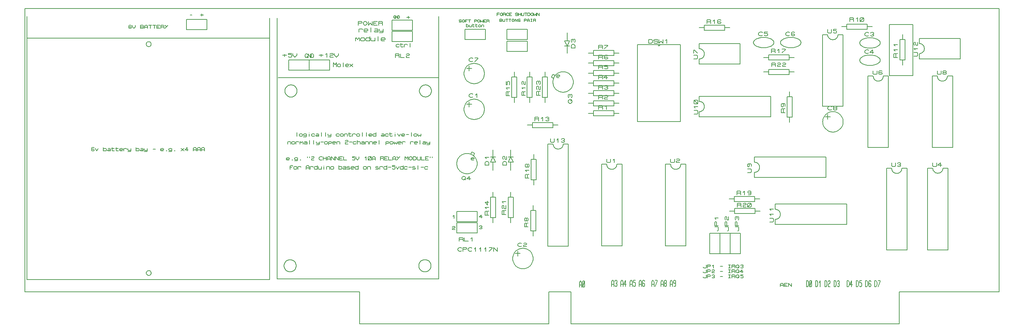
<source format=gbr>
G04 PROTEUS GERBER X2 FILE*
%TF.GenerationSoftware,Labcenter,Proteus,8.9-SP2-Build28501*%
%TF.CreationDate,2021-04-09T23:18:08+00:00*%
%TF.FileFunction,Legend,Top*%
%TF.FilePolarity,Positive*%
%TF.Part,Single*%
%TF.SameCoordinates,{17eb0ee2-30aa-48b8-b423-7eda7b5b8fc9}*%
%FSLAX45Y45*%
%MOMM*%
G01*
%TA.AperFunction,Material*%
%ADD23C,0.203200*%
%ADD24C,0.152400*%
%TA.AperFunction,Profile*%
%ADD21C,0.203200*%
%TD.AperFunction*%
D23*
X-11413000Y+4115000D02*
X-11286000Y+4115000D01*
X-11159000Y+3988000D02*
X-11133124Y+3990436D01*
X-11109152Y+3997485D01*
X-11087562Y+4008762D01*
X-11068830Y+4023878D01*
X-11053431Y+4042446D01*
X-11041842Y+4064081D01*
X-11034540Y+4088394D01*
X-11032000Y+4115000D01*
X-11159000Y+3988000D02*
X-11185606Y+3990436D01*
X-11209919Y+3997485D01*
X-11231554Y+4008762D01*
X-11250122Y+4023878D01*
X-11265238Y+4042446D01*
X-11276515Y+4064081D01*
X-11283564Y+4088394D01*
X-11286000Y+4115000D01*
X-11032000Y+4115000D02*
X-10905000Y+4115000D01*
X-11413000Y+2083000D02*
X-10905000Y+2083000D01*
X-11413000Y+4115000D02*
X-11413000Y+2083000D01*
X-10905000Y+2083000D02*
X-10905000Y+4115000D01*
X-11286000Y+4247080D02*
X-11286000Y+4170880D01*
X-11270125Y+4155640D01*
X-11206625Y+4155640D01*
X-11190750Y+4170880D01*
X-11190750Y+4247080D01*
X-11127250Y+4216600D02*
X-11095500Y+4247080D01*
X-11095500Y+4155640D01*
X-9825000Y+4115000D02*
X-9698000Y+4115000D01*
X-9571000Y+3988000D02*
X-9545124Y+3990436D01*
X-9521152Y+3997485D01*
X-9499562Y+4008762D01*
X-9480830Y+4023878D01*
X-9465431Y+4042446D01*
X-9453842Y+4064081D01*
X-9446540Y+4088394D01*
X-9444000Y+4115000D01*
X-9571000Y+3988000D02*
X-9597606Y+3990436D01*
X-9621919Y+3997485D01*
X-9643554Y+4008762D01*
X-9662122Y+4023878D01*
X-9677238Y+4042446D01*
X-9688515Y+4064081D01*
X-9695564Y+4088394D01*
X-9698000Y+4115000D01*
X-9444000Y+4115000D02*
X-9317000Y+4115000D01*
X-9825000Y+2083000D02*
X-9317000Y+2083000D01*
X-9825000Y+4115000D02*
X-9825000Y+2083000D01*
X-9317000Y+2083000D02*
X-9317000Y+4115000D01*
X-9698000Y+4247080D02*
X-9698000Y+4170880D01*
X-9682125Y+4155640D01*
X-9618625Y+4155640D01*
X-9602750Y+4170880D01*
X-9602750Y+4247080D01*
X-9555125Y+4231840D02*
X-9539250Y+4247080D01*
X-9491625Y+4247080D01*
X-9475750Y+4231840D01*
X-9475750Y+4216600D01*
X-9491625Y+4201360D01*
X-9539250Y+4201360D01*
X-9555125Y+4186120D01*
X-9555125Y+4155640D01*
X-9475750Y+4155640D01*
D24*
X-10518400Y+5172420D02*
X-9451600Y+5172420D01*
X-9451600Y+7087580D01*
X-10518400Y+7087580D01*
X-10518400Y+5172420D01*
X-9985000Y+7057100D02*
X-9954520Y+7087580D01*
X-10015480Y+7087580D02*
X-9985000Y+7057100D01*
D23*
X-10239000Y+7125680D02*
X-10239000Y+7217120D01*
X-10175500Y+7217120D01*
X-10143750Y+7186640D01*
X-10143750Y+7156160D01*
X-10175500Y+7125680D01*
X-10239000Y+7125680D01*
X-10112000Y+7140920D02*
X-10096125Y+7125680D01*
X-10032625Y+7125680D01*
X-10016750Y+7140920D01*
X-10016750Y+7156160D01*
X-10032625Y+7171400D01*
X-10096125Y+7171400D01*
X-10112000Y+7186640D01*
X-10112000Y+7201880D01*
X-10096125Y+7217120D01*
X-10032625Y+7217120D01*
X-10016750Y+7201880D01*
X-9985000Y+7217120D02*
X-9985000Y+7125680D01*
X-9937375Y+7171400D01*
X-9889750Y+7125680D01*
X-9889750Y+7217120D01*
X-9826250Y+7186640D02*
X-9794500Y+7217120D01*
X-9794500Y+7125680D01*
X-11739000Y+5380000D02*
X-11612000Y+5380000D01*
X-11612000Y+5316500D02*
X-11104000Y+5316500D01*
X-11104000Y+5443500D01*
X-11612000Y+5443500D01*
X-11612000Y+5316500D01*
X-11104000Y+5380000D02*
X-10977000Y+5380000D01*
X-11485000Y+5484140D02*
X-11485000Y+5575580D01*
X-11405625Y+5575580D01*
X-11389750Y+5560340D01*
X-11389750Y+5545100D01*
X-11405625Y+5529860D01*
X-11485000Y+5529860D01*
X-11405625Y+5529860D02*
X-11389750Y+5514620D01*
X-11389750Y+5484140D01*
X-11326250Y+5545100D02*
X-11294500Y+5575580D01*
X-11294500Y+5484140D01*
X-11739000Y+5630000D02*
X-11612000Y+5630000D01*
X-11612000Y+5566500D02*
X-11104000Y+5566500D01*
X-11104000Y+5693500D01*
X-11612000Y+5693500D01*
X-11612000Y+5566500D01*
X-11104000Y+5630000D02*
X-10977000Y+5630000D01*
X-11485000Y+5734140D02*
X-11485000Y+5825580D01*
X-11405625Y+5825580D01*
X-11389750Y+5810340D01*
X-11389750Y+5795100D01*
X-11405625Y+5779860D01*
X-11485000Y+5779860D01*
X-11405625Y+5779860D02*
X-11389750Y+5764620D01*
X-11389750Y+5734140D01*
X-11342125Y+5810340D02*
X-11326250Y+5825580D01*
X-11278625Y+5825580D01*
X-11262750Y+5810340D01*
X-11262750Y+5795100D01*
X-11278625Y+5779860D01*
X-11326250Y+5779860D01*
X-11342125Y+5764620D01*
X-11342125Y+5734140D01*
X-11262750Y+5734140D01*
X-11739000Y+5880000D02*
X-11612000Y+5880000D01*
X-11612000Y+5816500D02*
X-11104000Y+5816500D01*
X-11104000Y+5943500D01*
X-11612000Y+5943500D01*
X-11612000Y+5816500D01*
X-11104000Y+5880000D02*
X-10977000Y+5880000D01*
X-11485000Y+5984140D02*
X-11485000Y+6075580D01*
X-11405625Y+6075580D01*
X-11389750Y+6060340D01*
X-11389750Y+6045100D01*
X-11405625Y+6029860D01*
X-11485000Y+6029860D01*
X-11405625Y+6029860D02*
X-11389750Y+6014620D01*
X-11389750Y+5984140D01*
X-11342125Y+6060340D02*
X-11326250Y+6075580D01*
X-11278625Y+6075580D01*
X-11262750Y+6060340D01*
X-11262750Y+6045100D01*
X-11278625Y+6029860D01*
X-11262750Y+6014620D01*
X-11262750Y+5999380D01*
X-11278625Y+5984140D01*
X-11326250Y+5984140D01*
X-11342125Y+5999380D01*
X-11310375Y+6029860D02*
X-11278625Y+6029860D01*
X-11739000Y+6130000D02*
X-11612000Y+6130000D01*
X-11612000Y+6066500D02*
X-11104000Y+6066500D01*
X-11104000Y+6193500D01*
X-11612000Y+6193500D01*
X-11612000Y+6066500D01*
X-11104000Y+6130000D02*
X-10977000Y+6130000D01*
X-11485000Y+6234140D02*
X-11485000Y+6325580D01*
X-11405625Y+6325580D01*
X-11389750Y+6310340D01*
X-11389750Y+6295100D01*
X-11405625Y+6279860D01*
X-11485000Y+6279860D01*
X-11405625Y+6279860D02*
X-11389750Y+6264620D01*
X-11389750Y+6234140D01*
X-11262750Y+6264620D02*
X-11358000Y+6264620D01*
X-11294500Y+6325580D01*
X-11294500Y+6234140D01*
X-11739000Y+6380000D02*
X-11612000Y+6380000D01*
X-11612000Y+6316500D02*
X-11104000Y+6316500D01*
X-11104000Y+6443500D01*
X-11612000Y+6443500D01*
X-11612000Y+6316500D01*
X-11104000Y+6380000D02*
X-10977000Y+6380000D01*
X-11485000Y+6484140D02*
X-11485000Y+6575580D01*
X-11405625Y+6575580D01*
X-11389750Y+6560340D01*
X-11389750Y+6545100D01*
X-11405625Y+6529860D01*
X-11485000Y+6529860D01*
X-11405625Y+6529860D02*
X-11389750Y+6514620D01*
X-11389750Y+6484140D01*
X-11262750Y+6575580D02*
X-11342125Y+6575580D01*
X-11342125Y+6545100D01*
X-11278625Y+6545100D01*
X-11262750Y+6529860D01*
X-11262750Y+6499380D01*
X-11278625Y+6484140D01*
X-11326250Y+6484140D01*
X-11342125Y+6499380D01*
X-11739000Y+6630000D02*
X-11612000Y+6630000D01*
X-11612000Y+6566500D02*
X-11104000Y+6566500D01*
X-11104000Y+6693500D01*
X-11612000Y+6693500D01*
X-11612000Y+6566500D01*
X-11104000Y+6630000D02*
X-10977000Y+6630000D01*
X-11485000Y+6734140D02*
X-11485000Y+6825580D01*
X-11405625Y+6825580D01*
X-11389750Y+6810340D01*
X-11389750Y+6795100D01*
X-11405625Y+6779860D01*
X-11485000Y+6779860D01*
X-11405625Y+6779860D02*
X-11389750Y+6764620D01*
X-11389750Y+6734140D01*
X-11262750Y+6810340D02*
X-11278625Y+6825580D01*
X-11326250Y+6825580D01*
X-11342125Y+6810340D01*
X-11342125Y+6749380D01*
X-11326250Y+6734140D01*
X-11278625Y+6734140D01*
X-11262750Y+6749380D01*
X-11262750Y+6764620D01*
X-11278625Y+6779860D01*
X-11342125Y+6779860D01*
X-11739000Y+6880000D02*
X-11612000Y+6880000D01*
X-11612000Y+6816500D02*
X-11104000Y+6816500D01*
X-11104000Y+6943500D01*
X-11612000Y+6943500D01*
X-11612000Y+6816500D01*
X-11104000Y+6880000D02*
X-10977000Y+6880000D01*
X-11485000Y+6984140D02*
X-11485000Y+7075580D01*
X-11405625Y+7075580D01*
X-11389750Y+7060340D01*
X-11389750Y+7045100D01*
X-11405625Y+7029860D01*
X-11485000Y+7029860D01*
X-11405625Y+7029860D02*
X-11389750Y+7014620D01*
X-11389750Y+6984140D01*
X-11342125Y+7075580D02*
X-11262750Y+7075580D01*
X-11262750Y+7060340D01*
X-11342125Y+6984140D01*
X-5542000Y+7337000D02*
X-5415000Y+7337000D01*
X-5923000Y+7337000D02*
X-5796000Y+7337000D01*
X-5669000Y+7210000D02*
X-5643124Y+7212436D01*
X-5619152Y+7219485D01*
X-5597562Y+7230762D01*
X-5578830Y+7245878D01*
X-5563431Y+7264446D01*
X-5551842Y+7286081D01*
X-5544540Y+7310394D01*
X-5542000Y+7337000D01*
X-5669000Y+7210000D02*
X-5695606Y+7212436D01*
X-5719919Y+7219485D01*
X-5741554Y+7230762D01*
X-5760122Y+7245878D01*
X-5775238Y+7264446D01*
X-5786515Y+7286081D01*
X-5793564Y+7310394D01*
X-5796000Y+7337000D01*
X-5923000Y+7337000D02*
X-5923000Y+5559000D01*
X-5415000Y+5559000D01*
X-5415000Y+7337000D01*
X-5796000Y+7469080D02*
X-5796000Y+7392880D01*
X-5780125Y+7377640D01*
X-5716625Y+7377640D01*
X-5700750Y+7392880D01*
X-5700750Y+7469080D01*
X-5573750Y+7469080D02*
X-5653125Y+7469080D01*
X-5653125Y+7438600D01*
X-5589625Y+7438600D01*
X-5573750Y+7423360D01*
X-5573750Y+7392880D01*
X-5589625Y+7377640D01*
X-5637250Y+7377640D01*
X-5653125Y+7392880D01*
X-8987000Y+5676000D02*
X-8987000Y+5803000D01*
X-8987000Y+5295000D02*
X-8987000Y+5422000D01*
X-8860000Y+5549000D02*
X-8862436Y+5574876D01*
X-8869485Y+5598848D01*
X-8880762Y+5620438D01*
X-8895878Y+5639170D01*
X-8914446Y+5654569D01*
X-8936081Y+5666158D01*
X-8960394Y+5673460D01*
X-8987000Y+5676000D01*
X-8860000Y+5549000D02*
X-8862436Y+5522394D01*
X-8869485Y+5498081D01*
X-8880762Y+5476446D01*
X-8895878Y+5457878D01*
X-8914446Y+5442762D01*
X-8936081Y+5431485D01*
X-8960394Y+5424436D01*
X-8987000Y+5422000D01*
X-8987000Y+5295000D02*
X-7209000Y+5295000D01*
X-7209000Y+5803000D01*
X-8987000Y+5803000D01*
X-9119080Y+5358500D02*
X-9042880Y+5358500D01*
X-9027640Y+5374375D01*
X-9027640Y+5437875D01*
X-9042880Y+5453750D01*
X-9119080Y+5453750D01*
X-9088600Y+5517250D02*
X-9119080Y+5549000D01*
X-9027640Y+5549000D01*
X-9042880Y+5612500D02*
X-9103840Y+5612500D01*
X-9119080Y+5628375D01*
X-9119080Y+5691875D01*
X-9103840Y+5707750D01*
X-9042880Y+5707750D01*
X-9027640Y+5691875D01*
X-9027640Y+5628375D01*
X-9042880Y+5612500D01*
X-9027640Y+5612500D02*
X-9119080Y+5707750D01*
X-4335000Y+4015000D02*
X-4208000Y+4015000D01*
X-4081000Y+3888000D02*
X-4055124Y+3890436D01*
X-4031152Y+3897485D01*
X-4009562Y+3908762D01*
X-3990830Y+3923878D01*
X-3975431Y+3942446D01*
X-3963842Y+3964081D01*
X-3956540Y+3988394D01*
X-3954000Y+4015000D01*
X-4081000Y+3888000D02*
X-4107606Y+3890436D01*
X-4131919Y+3897485D01*
X-4153554Y+3908762D01*
X-4172122Y+3923878D01*
X-4187238Y+3942446D01*
X-4198515Y+3964081D01*
X-4205564Y+3988394D01*
X-4208000Y+4015000D01*
X-3954000Y+4015000D02*
X-3827000Y+4015000D01*
X-4335000Y+1983000D02*
X-3827000Y+1983000D01*
X-4335000Y+4015000D02*
X-4335000Y+1983000D01*
X-3827000Y+1983000D02*
X-3827000Y+4015000D01*
X-4208000Y+4147080D02*
X-4208000Y+4070880D01*
X-4192125Y+4055640D01*
X-4128625Y+4055640D01*
X-4112750Y+4070880D01*
X-4112750Y+4147080D01*
X-4065125Y+4131840D02*
X-4049250Y+4147080D01*
X-4001625Y+4147080D01*
X-3985750Y+4131840D01*
X-3985750Y+4116600D01*
X-4001625Y+4101360D01*
X-3985750Y+4086120D01*
X-3985750Y+4070880D01*
X-4001625Y+4055640D01*
X-4049250Y+4055640D01*
X-4065125Y+4070880D01*
X-4033375Y+4101360D02*
X-4001625Y+4101360D01*
X-3314000Y+4018000D02*
X-3187000Y+4018000D01*
X-3060000Y+3891000D02*
X-3034124Y+3893436D01*
X-3010152Y+3900485D01*
X-2988562Y+3911762D01*
X-2969830Y+3926878D01*
X-2954431Y+3945446D01*
X-2942842Y+3967081D01*
X-2935540Y+3991394D01*
X-2933000Y+4018000D01*
X-3060000Y+3891000D02*
X-3086606Y+3893436D01*
X-3110919Y+3900485D01*
X-3132554Y+3911762D01*
X-3151122Y+3926878D01*
X-3166238Y+3945446D01*
X-3177515Y+3967081D01*
X-3184564Y+3991394D01*
X-3187000Y+4018000D01*
X-2933000Y+4018000D02*
X-2806000Y+4018000D01*
X-3314000Y+1986000D02*
X-2806000Y+1986000D01*
X-3314000Y+4018000D02*
X-3314000Y+1986000D01*
X-2806000Y+1986000D02*
X-2806000Y+4018000D01*
X-3187000Y+4150080D02*
X-3187000Y+4073880D01*
X-3171125Y+4058640D01*
X-3107625Y+4058640D01*
X-3091750Y+4073880D01*
X-3091750Y+4150080D01*
X-2964750Y+4089120D02*
X-3060000Y+4089120D01*
X-2996500Y+4150080D01*
X-2996500Y+4058640D01*
X-2821000Y+6309000D02*
X-2694000Y+6309000D01*
X-3202000Y+6309000D02*
X-3075000Y+6309000D01*
X-2948000Y+6182000D02*
X-2922124Y+6184436D01*
X-2898152Y+6191485D01*
X-2876562Y+6202762D01*
X-2857830Y+6217878D01*
X-2842431Y+6236446D01*
X-2830842Y+6258081D01*
X-2823540Y+6282394D01*
X-2821000Y+6309000D01*
X-2948000Y+6182000D02*
X-2974606Y+6184436D01*
X-2998919Y+6191485D01*
X-3020554Y+6202762D01*
X-3039122Y+6217878D01*
X-3054238Y+6236446D01*
X-3065515Y+6258081D01*
X-3072564Y+6282394D01*
X-3075000Y+6309000D01*
X-3202000Y+6309000D02*
X-3202000Y+4531000D01*
X-2694000Y+4531000D01*
X-2694000Y+6309000D01*
X-3075000Y+6441080D02*
X-3075000Y+6364880D01*
X-3059125Y+6349640D01*
X-2995625Y+6349640D01*
X-2979750Y+6364880D01*
X-2979750Y+6441080D01*
X-2916250Y+6395360D02*
X-2932125Y+6410600D01*
X-2932125Y+6425840D01*
X-2916250Y+6441080D01*
X-2868625Y+6441080D01*
X-2852750Y+6425840D01*
X-2852750Y+6410600D01*
X-2868625Y+6395360D01*
X-2916250Y+6395360D01*
X-2932125Y+6380120D01*
X-2932125Y+6364880D01*
X-2916250Y+6349640D01*
X-2868625Y+6349640D01*
X-2852750Y+6364880D01*
X-2852750Y+6380120D01*
X-2868625Y+6395360D01*
X-4414000Y+6309000D02*
X-4287000Y+6309000D01*
X-4795000Y+6309000D02*
X-4668000Y+6309000D01*
X-4541000Y+6182000D02*
X-4515124Y+6184436D01*
X-4491152Y+6191485D01*
X-4469562Y+6202762D01*
X-4450830Y+6217878D01*
X-4435431Y+6236446D01*
X-4423842Y+6258081D01*
X-4416540Y+6282394D01*
X-4414000Y+6309000D01*
X-4541000Y+6182000D02*
X-4567606Y+6184436D01*
X-4591919Y+6191485D01*
X-4613554Y+6202762D01*
X-4632122Y+6217878D01*
X-4647238Y+6236446D01*
X-4658515Y+6258081D01*
X-4665564Y+6282394D01*
X-4668000Y+6309000D01*
X-4795000Y+6309000D02*
X-4795000Y+4531000D01*
X-4287000Y+4531000D01*
X-4287000Y+6309000D01*
X-4668000Y+6441080D02*
X-4668000Y+6364880D01*
X-4652125Y+6349640D01*
X-4588625Y+6349640D01*
X-4572750Y+6364880D01*
X-4572750Y+6441080D01*
X-4445750Y+6425840D02*
X-4461625Y+6441080D01*
X-4509250Y+6441080D01*
X-4525125Y+6425840D01*
X-4525125Y+6364880D01*
X-4509250Y+6349640D01*
X-4461625Y+6349640D01*
X-4445750Y+6364880D01*
X-4445750Y+6380120D01*
X-4461625Y+6395360D01*
X-4525125Y+6395360D01*
X-12745000Y+4619000D02*
X-12618000Y+4619000D01*
X-12491000Y+4492000D02*
X-12465124Y+4494436D01*
X-12441152Y+4501485D01*
X-12419562Y+4512762D01*
X-12400830Y+4527878D01*
X-12385431Y+4546446D01*
X-12373842Y+4568081D01*
X-12366540Y+4592394D01*
X-12364000Y+4619000D01*
X-12491000Y+4492000D02*
X-12517606Y+4494436D01*
X-12541919Y+4501485D01*
X-12563554Y+4512762D01*
X-12582122Y+4527878D01*
X-12597238Y+4546446D01*
X-12608515Y+4568081D01*
X-12615564Y+4592394D01*
X-12618000Y+4619000D01*
X-12364000Y+4619000D02*
X-12237000Y+4619000D01*
X-12745000Y+2079000D02*
X-12237000Y+2079000D01*
X-12745000Y+4619000D02*
X-12745000Y+2079000D01*
X-12237000Y+4619000D02*
X-12237000Y+2079000D01*
X-12681500Y+4751080D02*
X-12681500Y+4674880D01*
X-12665625Y+4659640D01*
X-12602125Y+4659640D01*
X-12586250Y+4674880D01*
X-12586250Y+4751080D01*
X-12522750Y+4720600D02*
X-12491000Y+4751080D01*
X-12491000Y+4659640D01*
X-12411625Y+4735840D02*
X-12395750Y+4751080D01*
X-12348125Y+4751080D01*
X-12332250Y+4735840D01*
X-12332250Y+4720600D01*
X-12348125Y+4705360D01*
X-12332250Y+4690120D01*
X-12332250Y+4674880D01*
X-12348125Y+4659640D01*
X-12395750Y+4659640D01*
X-12411625Y+4674880D01*
X-12379875Y+4705360D02*
X-12348125Y+4705360D01*
X-13112000Y+3097000D02*
X-13112000Y+2970000D01*
X-13175500Y+2462000D02*
X-13048500Y+2462000D01*
X-13048500Y+2970000D01*
X-13175500Y+2970000D01*
X-13175500Y+2462000D01*
X-13112000Y+2462000D02*
X-13112000Y+2335000D01*
X-13236420Y+2559000D02*
X-13327860Y+2559000D01*
X-13327860Y+2638375D01*
X-13312620Y+2654250D01*
X-13297380Y+2654250D01*
X-13282140Y+2638375D01*
X-13282140Y+2559000D01*
X-13282140Y+2638375D02*
X-13266900Y+2654250D01*
X-13236420Y+2654250D01*
X-13282140Y+2717750D02*
X-13297380Y+2701875D01*
X-13312620Y+2701875D01*
X-13327860Y+2717750D01*
X-13327860Y+2765375D01*
X-13312620Y+2781250D01*
X-13297380Y+2781250D01*
X-13282140Y+2765375D01*
X-13282140Y+2717750D01*
X-13266900Y+2701875D01*
X-13251660Y+2701875D01*
X-13236420Y+2717750D01*
X-13236420Y+2765375D01*
X-13251660Y+2781250D01*
X-13266900Y+2781250D01*
X-13282140Y+2765375D01*
X-3523000Y+7118000D02*
X-3523000Y+7245000D01*
X-2507000Y+7245000D01*
X-2507000Y+6737000D01*
X-3523000Y+6737000D01*
X-3523000Y+6864000D01*
X-3396000Y+6991000D02*
X-3398436Y+7016876D01*
X-3405485Y+7040848D01*
X-3416762Y+7062438D01*
X-3431878Y+7081170D01*
X-3450446Y+7096569D01*
X-3472081Y+7108158D01*
X-3496394Y+7115460D01*
X-3523000Y+7118000D01*
X-3396000Y+6991000D02*
X-3398436Y+6964394D01*
X-3405485Y+6940081D01*
X-3416762Y+6918446D01*
X-3431878Y+6899878D01*
X-3450446Y+6884762D01*
X-3472081Y+6873485D01*
X-3496394Y+6866436D01*
X-3523000Y+6864000D01*
X-3655080Y+6800500D02*
X-3578880Y+6800500D01*
X-3563640Y+6816375D01*
X-3563640Y+6879875D01*
X-3578880Y+6895750D01*
X-3655080Y+6895750D01*
X-3624600Y+6959250D02*
X-3655080Y+6991000D01*
X-3563640Y+6991000D01*
X-3639840Y+7070375D02*
X-3655080Y+7086250D01*
X-3655080Y+7133875D01*
X-3639840Y+7149750D01*
X-3624600Y+7149750D01*
X-3609360Y+7133875D01*
X-3609360Y+7086250D01*
X-3594120Y+7070375D01*
X-3563640Y+7070375D01*
X-3563640Y+7149750D01*
X-5001000Y+7131000D02*
X-4995920Y+7156876D01*
X-4981315Y+7180848D01*
X-4958138Y+7202438D01*
X-4927340Y+7221170D01*
X-4889875Y+7236569D01*
X-4846695Y+7248158D01*
X-4798752Y+7255460D01*
X-4747000Y+7258000D01*
X-4493000Y+7131000D02*
X-4498080Y+7156876D01*
X-4512685Y+7180848D01*
X-4535862Y+7202438D01*
X-4566660Y+7221170D01*
X-4604125Y+7236569D01*
X-4647305Y+7248158D01*
X-4695248Y+7255460D01*
X-4747000Y+7258000D01*
X-5001000Y+7131000D02*
X-4995920Y+7105124D01*
X-4981315Y+7081152D01*
X-4958138Y+7059562D01*
X-4927340Y+7040830D01*
X-4889875Y+7025431D01*
X-4846695Y+7013842D01*
X-4798752Y+7006540D01*
X-4747000Y+7004000D01*
X-4493000Y+7131000D02*
X-4498080Y+7105124D01*
X-4512685Y+7081152D01*
X-4535862Y+7059562D01*
X-4566660Y+7040830D01*
X-4604125Y+7025431D01*
X-4647305Y+7013842D01*
X-4695248Y+7006540D01*
X-4747000Y+7004000D01*
X-4778750Y+7313880D02*
X-4794625Y+7298640D01*
X-4842250Y+7298640D01*
X-4874000Y+7329120D01*
X-4874000Y+7359600D01*
X-4842250Y+7390080D01*
X-4794625Y+7390080D01*
X-4778750Y+7374840D01*
X-4731125Y+7374840D02*
X-4715250Y+7390080D01*
X-4667625Y+7390080D01*
X-4651750Y+7374840D01*
X-4651750Y+7359600D01*
X-4667625Y+7344360D01*
X-4651750Y+7329120D01*
X-4651750Y+7313880D01*
X-4667625Y+7298640D01*
X-4715250Y+7298640D01*
X-4731125Y+7313880D01*
X-4699375Y+7344360D02*
X-4667625Y+7344360D01*
X-5001000Y+6700000D02*
X-4995920Y+6725876D01*
X-4981315Y+6749848D01*
X-4958138Y+6771438D01*
X-4927340Y+6790170D01*
X-4889875Y+6805569D01*
X-4846695Y+6817158D01*
X-4798752Y+6824460D01*
X-4747000Y+6827000D01*
X-4493000Y+6700000D02*
X-4498080Y+6725876D01*
X-4512685Y+6749848D01*
X-4535862Y+6771438D01*
X-4566660Y+6790170D01*
X-4604125Y+6805569D01*
X-4647305Y+6817158D01*
X-4695248Y+6824460D01*
X-4747000Y+6827000D01*
X-5001000Y+6700000D02*
X-4995920Y+6674124D01*
X-4981315Y+6650152D01*
X-4958138Y+6628562D01*
X-4927340Y+6609830D01*
X-4889875Y+6594431D01*
X-4846695Y+6582842D01*
X-4798752Y+6575540D01*
X-4747000Y+6573000D01*
X-4493000Y+6700000D02*
X-4498080Y+6674124D01*
X-4512685Y+6650152D01*
X-4535862Y+6628562D01*
X-4566660Y+6609830D01*
X-4604125Y+6594431D01*
X-4647305Y+6582842D01*
X-4695248Y+6575540D01*
X-4747000Y+6573000D01*
X-4778750Y+6882880D02*
X-4794625Y+6867640D01*
X-4842250Y+6867640D01*
X-4874000Y+6898120D01*
X-4874000Y+6928600D01*
X-4842250Y+6959080D01*
X-4794625Y+6959080D01*
X-4778750Y+6943840D01*
X-4651750Y+6898120D02*
X-4747000Y+6898120D01*
X-4683500Y+6959080D01*
X-4683500Y+6867640D01*
X-5447000Y+7534000D02*
X-5320000Y+7534000D01*
X-5320000Y+7470500D02*
X-4812000Y+7470500D01*
X-4812000Y+7597500D01*
X-5320000Y+7597500D01*
X-5320000Y+7470500D01*
X-4812000Y+7534000D02*
X-4685000Y+7534000D01*
X-5246500Y+7668140D02*
X-5246500Y+7759580D01*
X-5167125Y+7759580D01*
X-5151250Y+7744340D01*
X-5151250Y+7729100D01*
X-5167125Y+7713860D01*
X-5246500Y+7713860D01*
X-5167125Y+7713860D02*
X-5151250Y+7698620D01*
X-5151250Y+7668140D01*
X-5087750Y+7729100D02*
X-5056000Y+7759580D01*
X-5056000Y+7668140D01*
X-4992500Y+7683380D02*
X-4992500Y+7744340D01*
X-4976625Y+7759580D01*
X-4913125Y+7759580D01*
X-4897250Y+7744340D01*
X-4897250Y+7683380D01*
X-4913125Y+7668140D01*
X-4976625Y+7668140D01*
X-4992500Y+7683380D01*
X-4992500Y+7668140D02*
X-4897250Y+7759580D01*
X-3936000Y+6581000D02*
X-3936000Y+6708000D01*
X-3999500Y+6708000D02*
X-3872500Y+6708000D01*
X-3872500Y+7216000D01*
X-3999500Y+7216000D01*
X-3999500Y+6708000D01*
X-3936000Y+7216000D02*
X-3936000Y+7343000D01*
X-4060140Y+6771500D02*
X-4151580Y+6771500D01*
X-4151580Y+6850875D01*
X-4136340Y+6866750D01*
X-4121100Y+6866750D01*
X-4105860Y+6850875D01*
X-4105860Y+6771500D01*
X-4105860Y+6850875D02*
X-4090620Y+6866750D01*
X-4060140Y+6866750D01*
X-4121100Y+6930250D02*
X-4151580Y+6962000D01*
X-4060140Y+6962000D01*
X-4121100Y+7057250D02*
X-4151580Y+7089000D01*
X-4060140Y+7089000D01*
X-6742000Y+5917000D02*
X-6742000Y+5790000D01*
X-6805500Y+5282000D02*
X-6678500Y+5282000D01*
X-6678500Y+5790000D01*
X-6805500Y+5790000D01*
X-6805500Y+5282000D01*
X-6742000Y+5282000D02*
X-6742000Y+5155000D01*
X-6856420Y+5399000D02*
X-6947860Y+5399000D01*
X-6947860Y+5478375D01*
X-6932620Y+5494250D01*
X-6917380Y+5494250D01*
X-6902140Y+5478375D01*
X-6902140Y+5399000D01*
X-6902140Y+5478375D02*
X-6886900Y+5494250D01*
X-6856420Y+5494250D01*
X-6917380Y+5621250D02*
X-6902140Y+5605375D01*
X-6902140Y+5557750D01*
X-6917380Y+5541875D01*
X-6932620Y+5541875D01*
X-6947860Y+5557750D01*
X-6947860Y+5605375D01*
X-6932620Y+5621250D01*
X-6871660Y+5621250D01*
X-6856420Y+5605375D01*
X-6856420Y+5557750D01*
X-8233000Y+2950000D02*
X-8106000Y+2950000D01*
X-8106000Y+2886500D02*
X-7598000Y+2886500D01*
X-7598000Y+3013500D01*
X-8106000Y+3013500D01*
X-8106000Y+2886500D01*
X-7598000Y+2950000D02*
X-7471000Y+2950000D01*
X-8042500Y+3054140D02*
X-8042500Y+3145580D01*
X-7963125Y+3145580D01*
X-7947250Y+3130340D01*
X-7947250Y+3115100D01*
X-7963125Y+3099860D01*
X-8042500Y+3099860D01*
X-7963125Y+3099860D02*
X-7947250Y+3084620D01*
X-7947250Y+3054140D01*
X-7899625Y+3130340D02*
X-7883750Y+3145580D01*
X-7836125Y+3145580D01*
X-7820250Y+3130340D01*
X-7820250Y+3115100D01*
X-7836125Y+3099860D01*
X-7883750Y+3099860D01*
X-7899625Y+3084620D01*
X-7899625Y+3054140D01*
X-7820250Y+3054140D01*
X-7788500Y+3069380D02*
X-7788500Y+3130340D01*
X-7772625Y+3145580D01*
X-7709125Y+3145580D01*
X-7693250Y+3130340D01*
X-7693250Y+3069380D01*
X-7709125Y+3054140D01*
X-7772625Y+3054140D01*
X-7788500Y+3069380D01*
X-7788500Y+3054140D02*
X-7693250Y+3145580D01*
X-6326000Y+1066800D02*
X-6326000Y+1219200D01*
X-6287900Y+1219200D01*
X-6268850Y+1168400D01*
X-6268850Y+1117600D01*
X-6287900Y+1066800D01*
X-6326000Y+1066800D01*
X-6249800Y+1092200D02*
X-6249800Y+1193800D01*
X-6240275Y+1219200D01*
X-6202175Y+1219200D01*
X-6192650Y+1193800D01*
X-6192650Y+1092200D01*
X-6202175Y+1066800D01*
X-6240275Y+1066800D01*
X-6249800Y+1092200D01*
X-6249800Y+1066800D02*
X-6192650Y+1219200D01*
X-6097400Y+1066800D02*
X-6097400Y+1219200D01*
X-6059300Y+1219200D01*
X-6040250Y+1168400D01*
X-6040250Y+1117600D01*
X-6059300Y+1066800D01*
X-6097400Y+1066800D01*
X-6002150Y+1168400D02*
X-5983100Y+1219200D01*
X-5983100Y+1066800D01*
X-5868800Y+1066800D02*
X-5868800Y+1219200D01*
X-5830700Y+1219200D01*
X-5811650Y+1168400D01*
X-5811650Y+1117600D01*
X-5830700Y+1066800D01*
X-5868800Y+1066800D01*
X-5783075Y+1193800D02*
X-5773550Y+1219200D01*
X-5744975Y+1219200D01*
X-5735450Y+1193800D01*
X-5735450Y+1168400D01*
X-5744975Y+1143000D01*
X-5773550Y+1143000D01*
X-5783075Y+1117600D01*
X-5783075Y+1066800D01*
X-5735450Y+1066800D01*
X-5640200Y+1066800D02*
X-5640200Y+1219200D01*
X-5602100Y+1219200D01*
X-5583050Y+1168400D01*
X-5583050Y+1117600D01*
X-5602100Y+1066800D01*
X-5640200Y+1066800D01*
X-5554475Y+1193800D02*
X-5544950Y+1219200D01*
X-5516375Y+1219200D01*
X-5506850Y+1193800D01*
X-5506850Y+1168400D01*
X-5516375Y+1143000D01*
X-5506850Y+1117600D01*
X-5506850Y+1092200D01*
X-5516375Y+1066800D01*
X-5544950Y+1066800D01*
X-5554475Y+1092200D01*
X-5535425Y+1143000D02*
X-5516375Y+1143000D01*
X-5317000Y+1065800D02*
X-5317000Y+1218200D01*
X-5278900Y+1218200D01*
X-5259850Y+1167400D01*
X-5259850Y+1116600D01*
X-5278900Y+1065800D01*
X-5317000Y+1065800D01*
X-5183650Y+1116600D02*
X-5240800Y+1116600D01*
X-5202700Y+1218200D01*
X-5202700Y+1065800D01*
X-5088400Y+1065800D02*
X-5088400Y+1218200D01*
X-5050300Y+1218200D01*
X-5031250Y+1167400D01*
X-5031250Y+1116600D01*
X-5050300Y+1065800D01*
X-5088400Y+1065800D01*
X-4955050Y+1218200D02*
X-5002675Y+1218200D01*
X-5002675Y+1167400D01*
X-4964575Y+1167400D01*
X-4955050Y+1142000D01*
X-4955050Y+1091200D01*
X-4964575Y+1065800D01*
X-4993150Y+1065800D01*
X-5002675Y+1091200D01*
X-4859800Y+1065800D02*
X-4859800Y+1218200D01*
X-4821700Y+1218200D01*
X-4802650Y+1167400D01*
X-4802650Y+1116600D01*
X-4821700Y+1065800D01*
X-4859800Y+1065800D01*
X-4726450Y+1192800D02*
X-4735975Y+1218200D01*
X-4764550Y+1218200D01*
X-4774075Y+1192800D01*
X-4774075Y+1091200D01*
X-4764550Y+1065800D01*
X-4735975Y+1065800D01*
X-4726450Y+1091200D01*
X-4726450Y+1116600D01*
X-4735975Y+1142000D01*
X-4774075Y+1142000D01*
X-4631200Y+1065800D02*
X-4631200Y+1218200D01*
X-4593100Y+1218200D01*
X-4574050Y+1167400D01*
X-4574050Y+1116600D01*
X-4593100Y+1065800D01*
X-4631200Y+1065800D01*
X-4545475Y+1218200D02*
X-4497850Y+1218200D01*
X-4497850Y+1192800D01*
X-4545475Y+1065800D01*
X-8725000Y+1889000D02*
X-8471000Y+1889000D01*
X-8471000Y+2397000D01*
X-8725000Y+2397000D01*
X-8725000Y+1889000D01*
X-8542120Y+2460500D02*
X-8526880Y+2460500D01*
X-8511640Y+2476375D01*
X-8511640Y+2539875D01*
X-8526880Y+2555750D01*
X-8603080Y+2555750D01*
X-8511640Y+2587500D02*
X-8603080Y+2587500D01*
X-8603080Y+2666875D01*
X-8587840Y+2682750D01*
X-8572600Y+2682750D01*
X-8557360Y+2666875D01*
X-8557360Y+2587500D01*
X-8572600Y+2746250D02*
X-8603080Y+2778000D01*
X-8511640Y+2778000D01*
X-8471000Y+1889000D02*
X-8217000Y+1889000D01*
X-8217000Y+2397000D01*
X-8471000Y+2397000D01*
X-8471000Y+1889000D01*
X-8288120Y+2460500D02*
X-8272880Y+2460500D01*
X-8257640Y+2476375D01*
X-8257640Y+2539875D01*
X-8272880Y+2555750D01*
X-8349080Y+2555750D01*
X-8257640Y+2587500D02*
X-8349080Y+2587500D01*
X-8349080Y+2666875D01*
X-8333840Y+2682750D01*
X-8318600Y+2682750D01*
X-8303360Y+2666875D01*
X-8303360Y+2587500D01*
X-8333840Y+2730375D02*
X-8349080Y+2746250D01*
X-8349080Y+2793875D01*
X-8333840Y+2809750D01*
X-8318600Y+2809750D01*
X-8303360Y+2793875D01*
X-8303360Y+2746250D01*
X-8288120Y+2730375D01*
X-8257640Y+2730375D01*
X-8257640Y+2809750D01*
X-8217000Y+1889000D02*
X-7963000Y+1889000D01*
X-7963000Y+2397000D01*
X-8217000Y+2397000D01*
X-8217000Y+1889000D01*
X-8034120Y+2460500D02*
X-8018880Y+2460500D01*
X-8003640Y+2476375D01*
X-8003640Y+2539875D01*
X-8018880Y+2555750D01*
X-8095080Y+2555750D01*
X-8003640Y+2587500D02*
X-8095080Y+2587500D01*
X-8095080Y+2666875D01*
X-8079840Y+2682750D01*
X-8064600Y+2682750D01*
X-8049360Y+2666875D01*
X-8049360Y+2587500D01*
X-8079840Y+2730375D02*
X-8095080Y+2746250D01*
X-8095080Y+2793875D01*
X-8079840Y+2809750D01*
X-8064600Y+2809750D01*
X-8049360Y+2793875D01*
X-8034120Y+2809750D01*
X-8018880Y+2809750D01*
X-8003640Y+2793875D01*
X-8003640Y+2746250D01*
X-8018880Y+2730375D01*
X-8049360Y+2762125D02*
X-8049360Y+2793875D01*
X-8888000Y+1561800D02*
X-8888000Y+1549100D01*
X-8875300Y+1536400D01*
X-8824500Y+1536400D01*
X-8811800Y+1549100D01*
X-8811800Y+1612600D01*
X-8786400Y+1536400D02*
X-8786400Y+1612600D01*
X-8722900Y+1612600D01*
X-8710200Y+1599900D01*
X-8710200Y+1587200D01*
X-8722900Y+1574500D01*
X-8786400Y+1574500D01*
X-8659400Y+1587200D02*
X-8634000Y+1612600D01*
X-8634000Y+1536400D01*
X-8468900Y+1574500D02*
X-8405400Y+1574500D01*
X-8265700Y+1612600D02*
X-8214900Y+1612600D01*
X-8240300Y+1612600D02*
X-8240300Y+1536400D01*
X-8265700Y+1536400D02*
X-8214900Y+1536400D01*
X-8176800Y+1536400D02*
X-8176800Y+1612600D01*
X-8113300Y+1612600D01*
X-8100600Y+1599900D01*
X-8100600Y+1587200D01*
X-8113300Y+1574500D01*
X-8176800Y+1574500D01*
X-8113300Y+1574500D02*
X-8100600Y+1561800D01*
X-8100600Y+1536400D01*
X-8075200Y+1587200D02*
X-8049800Y+1612600D01*
X-8024400Y+1612600D01*
X-7999000Y+1587200D01*
X-7999000Y+1561800D01*
X-8024400Y+1536400D01*
X-8049800Y+1536400D01*
X-8075200Y+1561800D01*
X-8075200Y+1587200D01*
X-8024400Y+1561800D02*
X-7999000Y+1536400D01*
X-7960900Y+1599900D02*
X-7948200Y+1612600D01*
X-7910100Y+1612600D01*
X-7897400Y+1599900D01*
X-7897400Y+1587200D01*
X-7910100Y+1574500D01*
X-7897400Y+1561800D01*
X-7897400Y+1549100D01*
X-7910100Y+1536400D01*
X-7948200Y+1536400D01*
X-7960900Y+1549100D01*
X-7935500Y+1574500D02*
X-7910100Y+1574500D01*
X-8886000Y+1437800D02*
X-8886000Y+1425100D01*
X-8873300Y+1412400D01*
X-8822500Y+1412400D01*
X-8809800Y+1425100D01*
X-8809800Y+1488600D01*
X-8784400Y+1412400D02*
X-8784400Y+1488600D01*
X-8720900Y+1488600D01*
X-8708200Y+1475900D01*
X-8708200Y+1463200D01*
X-8720900Y+1450500D01*
X-8784400Y+1450500D01*
X-8670100Y+1475900D02*
X-8657400Y+1488600D01*
X-8619300Y+1488600D01*
X-8606600Y+1475900D01*
X-8606600Y+1463200D01*
X-8619300Y+1450500D01*
X-8657400Y+1450500D01*
X-8670100Y+1437800D01*
X-8670100Y+1412400D01*
X-8606600Y+1412400D01*
X-8466900Y+1450500D02*
X-8403400Y+1450500D01*
X-8263700Y+1488600D02*
X-8212900Y+1488600D01*
X-8238300Y+1488600D02*
X-8238300Y+1412400D01*
X-8263700Y+1412400D02*
X-8212900Y+1412400D01*
X-8174800Y+1412400D02*
X-8174800Y+1488600D01*
X-8111300Y+1488600D01*
X-8098600Y+1475900D01*
X-8098600Y+1463200D01*
X-8111300Y+1450500D01*
X-8174800Y+1450500D01*
X-8111300Y+1450500D02*
X-8098600Y+1437800D01*
X-8098600Y+1412400D01*
X-8073200Y+1463200D02*
X-8047800Y+1488600D01*
X-8022400Y+1488600D01*
X-7997000Y+1463200D01*
X-7997000Y+1437800D01*
X-8022400Y+1412400D01*
X-8047800Y+1412400D01*
X-8073200Y+1437800D01*
X-8073200Y+1463200D01*
X-8022400Y+1437800D02*
X-7997000Y+1412400D01*
X-7895400Y+1437800D02*
X-7971600Y+1437800D01*
X-7920800Y+1488600D01*
X-7920800Y+1412400D01*
X-8888000Y+1313800D02*
X-8888000Y+1301100D01*
X-8875300Y+1288400D01*
X-8824500Y+1288400D01*
X-8811800Y+1301100D01*
X-8811800Y+1364600D01*
X-8786400Y+1288400D02*
X-8786400Y+1364600D01*
X-8722900Y+1364600D01*
X-8710200Y+1351900D01*
X-8710200Y+1339200D01*
X-8722900Y+1326500D01*
X-8786400Y+1326500D01*
X-8672100Y+1351900D02*
X-8659400Y+1364600D01*
X-8621300Y+1364600D01*
X-8608600Y+1351900D01*
X-8608600Y+1339200D01*
X-8621300Y+1326500D01*
X-8608600Y+1313800D01*
X-8608600Y+1301100D01*
X-8621300Y+1288400D01*
X-8659400Y+1288400D01*
X-8672100Y+1301100D01*
X-8646700Y+1326500D02*
X-8621300Y+1326500D01*
X-8468900Y+1326500D02*
X-8405400Y+1326500D01*
X-8265700Y+1364600D02*
X-8214900Y+1364600D01*
X-8240300Y+1364600D02*
X-8240300Y+1288400D01*
X-8265700Y+1288400D02*
X-8214900Y+1288400D01*
X-8176800Y+1288400D02*
X-8176800Y+1364600D01*
X-8113300Y+1364600D01*
X-8100600Y+1351900D01*
X-8100600Y+1339200D01*
X-8113300Y+1326500D01*
X-8176800Y+1326500D01*
X-8113300Y+1326500D02*
X-8100600Y+1313800D01*
X-8100600Y+1288400D01*
X-8075200Y+1339200D02*
X-8049800Y+1364600D01*
X-8024400Y+1364600D01*
X-7999000Y+1339200D01*
X-7999000Y+1313800D01*
X-8024400Y+1288400D01*
X-8049800Y+1288400D01*
X-8075200Y+1313800D01*
X-8075200Y+1339200D01*
X-8024400Y+1313800D02*
X-7999000Y+1288400D01*
X-7897400Y+1364600D02*
X-7960900Y+1364600D01*
X-7960900Y+1339200D01*
X-7910100Y+1339200D01*
X-7897400Y+1326500D01*
X-7897400Y+1301100D01*
X-7910100Y+1288400D01*
X-7948200Y+1288400D01*
X-7960900Y+1301100D01*
X-6973000Y+1074400D02*
X-6973000Y+1125200D01*
X-6947600Y+1150600D01*
X-6922200Y+1150600D01*
X-6896800Y+1125200D01*
X-6896800Y+1074400D01*
X-6973000Y+1099800D02*
X-6896800Y+1099800D01*
X-6795200Y+1074400D02*
X-6871400Y+1074400D01*
X-6871400Y+1150600D01*
X-6795200Y+1150600D01*
X-6871400Y+1112500D02*
X-6820600Y+1112500D01*
X-6769800Y+1074400D02*
X-6769800Y+1150600D01*
X-6693600Y+1074400D01*
X-6693600Y+1150600D01*
X-11164000Y+1079800D02*
X-11164000Y+1181400D01*
X-11144950Y+1232200D01*
X-11125900Y+1232200D01*
X-11106850Y+1181400D01*
X-11106850Y+1079800D01*
X-11164000Y+1130600D02*
X-11106850Y+1130600D01*
X-11078275Y+1206800D02*
X-11068750Y+1232200D01*
X-11040175Y+1232200D01*
X-11030650Y+1206800D01*
X-11030650Y+1181400D01*
X-11040175Y+1156000D01*
X-11030650Y+1130600D01*
X-11030650Y+1105200D01*
X-11040175Y+1079800D01*
X-11068750Y+1079800D01*
X-11078275Y+1105200D01*
X-11059225Y+1156000D02*
X-11040175Y+1156000D01*
X-10935400Y+1079800D02*
X-10935400Y+1181400D01*
X-10916350Y+1232200D01*
X-10897300Y+1232200D01*
X-10878250Y+1181400D01*
X-10878250Y+1079800D01*
X-10935400Y+1130600D02*
X-10878250Y+1130600D01*
X-10802050Y+1130600D02*
X-10859200Y+1130600D01*
X-10821100Y+1232200D01*
X-10821100Y+1079800D01*
X-10706800Y+1079800D02*
X-10706800Y+1181400D01*
X-10687750Y+1232200D01*
X-10668700Y+1232200D01*
X-10649650Y+1181400D01*
X-10649650Y+1079800D01*
X-10706800Y+1130600D02*
X-10649650Y+1130600D01*
X-10573450Y+1232200D02*
X-10621075Y+1232200D01*
X-10621075Y+1181400D01*
X-10582975Y+1181400D01*
X-10573450Y+1156000D01*
X-10573450Y+1105200D01*
X-10582975Y+1079800D01*
X-10611550Y+1079800D01*
X-10621075Y+1105200D01*
X-10478200Y+1079800D02*
X-10478200Y+1181400D01*
X-10459150Y+1232200D01*
X-10440100Y+1232200D01*
X-10421050Y+1181400D01*
X-10421050Y+1079800D01*
X-10478200Y+1130600D02*
X-10421050Y+1130600D01*
X-10344850Y+1206800D02*
X-10354375Y+1232200D01*
X-10382950Y+1232200D01*
X-10392475Y+1206800D01*
X-10392475Y+1105200D01*
X-10382950Y+1079800D01*
X-10354375Y+1079800D01*
X-10344850Y+1105200D01*
X-10344850Y+1130600D01*
X-10354375Y+1156000D01*
X-10392475Y+1156000D01*
X-10167000Y+1079800D02*
X-10167000Y+1181400D01*
X-10147950Y+1232200D01*
X-10128900Y+1232200D01*
X-10109850Y+1181400D01*
X-10109850Y+1079800D01*
X-10167000Y+1130600D02*
X-10109850Y+1130600D01*
X-10081275Y+1232200D02*
X-10033650Y+1232200D01*
X-10033650Y+1206800D01*
X-10081275Y+1079800D01*
X-9938400Y+1079800D02*
X-9938400Y+1181400D01*
X-9919350Y+1232200D01*
X-9900300Y+1232200D01*
X-9881250Y+1181400D01*
X-9881250Y+1079800D01*
X-9938400Y+1130600D02*
X-9881250Y+1130600D01*
X-9843150Y+1156000D02*
X-9852675Y+1181400D01*
X-9852675Y+1206800D01*
X-9843150Y+1232200D01*
X-9814575Y+1232200D01*
X-9805050Y+1206800D01*
X-9805050Y+1181400D01*
X-9814575Y+1156000D01*
X-9843150Y+1156000D01*
X-9852675Y+1130600D01*
X-9852675Y+1105200D01*
X-9843150Y+1079800D01*
X-9814575Y+1079800D01*
X-9805050Y+1105200D01*
X-9805050Y+1130600D01*
X-9814575Y+1156000D01*
X-9709800Y+1079800D02*
X-9709800Y+1181400D01*
X-9690750Y+1232200D01*
X-9671700Y+1232200D01*
X-9652650Y+1181400D01*
X-9652650Y+1079800D01*
X-9709800Y+1130600D02*
X-9652650Y+1130600D01*
X-9576450Y+1181400D02*
X-9585975Y+1156000D01*
X-9614550Y+1156000D01*
X-9624075Y+1181400D01*
X-9624075Y+1206800D01*
X-9614550Y+1232200D01*
X-9585975Y+1232200D01*
X-9576450Y+1206800D01*
X-9576450Y+1105200D01*
X-9585975Y+1079800D01*
X-9614550Y+1079800D01*
X-11965000Y+1060800D02*
X-11965000Y+1162400D01*
X-11945950Y+1213200D01*
X-11926900Y+1213200D01*
X-11907850Y+1162400D01*
X-11907850Y+1060800D01*
X-11965000Y+1111600D02*
X-11907850Y+1111600D01*
X-11888800Y+1086200D02*
X-11888800Y+1187800D01*
X-11879275Y+1213200D01*
X-11841175Y+1213200D01*
X-11831650Y+1187800D01*
X-11831650Y+1086200D01*
X-11841175Y+1060800D01*
X-11879275Y+1060800D01*
X-11888800Y+1086200D01*
X-11888800Y+1060800D02*
X-11831650Y+1213200D01*
X-13113000Y+1770000D02*
X-13113827Y+1790483D01*
X-13120545Y+1831450D01*
X-13134563Y+1872417D01*
X-13157341Y+1913384D01*
X-13192141Y+1954229D01*
X-13233108Y+1985845D01*
X-13274075Y+2006392D01*
X-13315042Y+2018629D01*
X-13356009Y+2023762D01*
X-13367000Y+2024000D01*
X-13621000Y+1770000D02*
X-13620173Y+1790483D01*
X-13613455Y+1831450D01*
X-13599437Y+1872417D01*
X-13576659Y+1913384D01*
X-13541859Y+1954229D01*
X-13500892Y+1985845D01*
X-13459925Y+2006392D01*
X-13418958Y+2018629D01*
X-13377991Y+2023762D01*
X-13367000Y+2024000D01*
X-13621000Y+1770000D02*
X-13620173Y+1749517D01*
X-13613455Y+1708550D01*
X-13599437Y+1667583D01*
X-13576659Y+1626616D01*
X-13541859Y+1585771D01*
X-13500892Y+1554155D01*
X-13459925Y+1533608D01*
X-13418958Y+1521371D01*
X-13377991Y+1516238D01*
X-13367000Y+1516000D01*
X-13113000Y+1770000D02*
X-13113827Y+1749517D01*
X-13120545Y+1708550D01*
X-13134563Y+1667583D01*
X-13157341Y+1626616D01*
X-13192141Y+1585771D01*
X-13233108Y+1554155D01*
X-13274075Y+1533608D01*
X-13315042Y+1521371D01*
X-13356009Y+1516238D01*
X-13367000Y+1516000D01*
X-13557500Y+1897000D02*
X-13430500Y+1897000D01*
X-13494000Y+1960500D02*
X-13494000Y+1833500D01*
X-13398750Y+2079880D02*
X-13414625Y+2064640D01*
X-13462250Y+2064640D01*
X-13494000Y+2095120D01*
X-13494000Y+2125600D01*
X-13462250Y+2156080D01*
X-13414625Y+2156080D01*
X-13398750Y+2140840D01*
X-13351125Y+2140840D02*
X-13335250Y+2156080D01*
X-13287625Y+2156080D01*
X-13271750Y+2140840D01*
X-13271750Y+2125600D01*
X-13287625Y+2110360D01*
X-13335250Y+2110360D01*
X-13351125Y+2095120D01*
X-13351125Y+2064640D01*
X-13271750Y+2064640D01*
X-7641000Y+7140000D02*
X-7635920Y+7165876D01*
X-7621315Y+7189848D01*
X-7598138Y+7211438D01*
X-7567340Y+7230170D01*
X-7529875Y+7245569D01*
X-7486695Y+7257158D01*
X-7438752Y+7264460D01*
X-7387000Y+7267000D01*
X-7133000Y+7140000D02*
X-7138080Y+7165876D01*
X-7152685Y+7189848D01*
X-7175862Y+7211438D01*
X-7206660Y+7230170D01*
X-7244125Y+7245569D01*
X-7287305Y+7257158D01*
X-7335248Y+7264460D01*
X-7387000Y+7267000D01*
X-7641000Y+7140000D02*
X-7635920Y+7114124D01*
X-7621315Y+7090152D01*
X-7598138Y+7068562D01*
X-7567340Y+7049830D01*
X-7529875Y+7034431D01*
X-7486695Y+7022842D01*
X-7438752Y+7015540D01*
X-7387000Y+7013000D01*
X-7133000Y+7140000D02*
X-7138080Y+7114124D01*
X-7152685Y+7090152D01*
X-7175862Y+7068562D01*
X-7206660Y+7049830D01*
X-7244125Y+7034431D01*
X-7287305Y+7022842D01*
X-7335248Y+7015540D01*
X-7387000Y+7013000D01*
X-7418750Y+7322880D02*
X-7434625Y+7307640D01*
X-7482250Y+7307640D01*
X-7514000Y+7338120D01*
X-7514000Y+7368600D01*
X-7482250Y+7399080D01*
X-7434625Y+7399080D01*
X-7418750Y+7383840D01*
X-7291750Y+7399080D02*
X-7371125Y+7399080D01*
X-7371125Y+7368600D01*
X-7307625Y+7368600D01*
X-7291750Y+7353360D01*
X-7291750Y+7322880D01*
X-7307625Y+7307640D01*
X-7355250Y+7307640D01*
X-7371125Y+7322880D01*
X-6967000Y+7140000D02*
X-6961920Y+7165876D01*
X-6947315Y+7189848D01*
X-6924138Y+7211438D01*
X-6893340Y+7230170D01*
X-6855875Y+7245569D01*
X-6812695Y+7257158D01*
X-6764752Y+7264460D01*
X-6713000Y+7267000D01*
X-6459000Y+7140000D02*
X-6464080Y+7165876D01*
X-6478685Y+7189848D01*
X-6501862Y+7211438D01*
X-6532660Y+7230170D01*
X-6570125Y+7245569D01*
X-6613305Y+7257158D01*
X-6661248Y+7264460D01*
X-6713000Y+7267000D01*
X-6967000Y+7140000D02*
X-6961920Y+7114124D01*
X-6947315Y+7090152D01*
X-6924138Y+7068562D01*
X-6893340Y+7049830D01*
X-6855875Y+7034431D01*
X-6812695Y+7022842D01*
X-6764752Y+7015540D01*
X-6713000Y+7013000D01*
X-6459000Y+7140000D02*
X-6464080Y+7114124D01*
X-6478685Y+7090152D01*
X-6501862Y+7068562D01*
X-6532660Y+7049830D01*
X-6570125Y+7034431D01*
X-6613305Y+7022842D01*
X-6661248Y+7015540D01*
X-6713000Y+7013000D01*
X-6744750Y+7322880D02*
X-6760625Y+7307640D01*
X-6808250Y+7307640D01*
X-6840000Y+7338120D01*
X-6840000Y+7368600D01*
X-6808250Y+7399080D01*
X-6760625Y+7399080D01*
X-6744750Y+7383840D01*
X-6617750Y+7383840D02*
X-6633625Y+7399080D01*
X-6681250Y+7399080D01*
X-6697125Y+7383840D01*
X-6697125Y+7322880D01*
X-6681250Y+7307640D01*
X-6633625Y+7307640D01*
X-6617750Y+7322880D01*
X-6617750Y+7338120D01*
X-6633625Y+7353360D01*
X-6697125Y+7353360D01*
X-14323000Y+6370000D02*
X-14323827Y+6390483D01*
X-14330545Y+6431450D01*
X-14344563Y+6472417D01*
X-14367341Y+6513384D01*
X-14402141Y+6554229D01*
X-14443108Y+6585845D01*
X-14484075Y+6606392D01*
X-14525042Y+6618629D01*
X-14566009Y+6623762D01*
X-14577000Y+6624000D01*
X-14831000Y+6370000D02*
X-14830173Y+6390483D01*
X-14823455Y+6431450D01*
X-14809437Y+6472417D01*
X-14786659Y+6513384D01*
X-14751859Y+6554229D01*
X-14710892Y+6585845D01*
X-14669925Y+6606392D01*
X-14628958Y+6618629D01*
X-14587991Y+6623762D01*
X-14577000Y+6624000D01*
X-14831000Y+6370000D02*
X-14830173Y+6349517D01*
X-14823455Y+6308550D01*
X-14809437Y+6267583D01*
X-14786659Y+6226616D01*
X-14751859Y+6185771D01*
X-14710892Y+6154155D01*
X-14669925Y+6133608D01*
X-14628958Y+6121371D01*
X-14587991Y+6116238D01*
X-14577000Y+6116000D01*
X-14323000Y+6370000D02*
X-14323827Y+6349517D01*
X-14330545Y+6308550D01*
X-14344563Y+6267583D01*
X-14367341Y+6226616D01*
X-14402141Y+6185771D01*
X-14443108Y+6154155D01*
X-14484075Y+6133608D01*
X-14525042Y+6121371D01*
X-14566009Y+6116238D01*
X-14577000Y+6116000D01*
X-14767500Y+6497000D02*
X-14640500Y+6497000D01*
X-14704000Y+6560500D02*
X-14704000Y+6433500D01*
X-14608750Y+6679880D02*
X-14624625Y+6664640D01*
X-14672250Y+6664640D01*
X-14704000Y+6695120D01*
X-14704000Y+6725600D01*
X-14672250Y+6756080D01*
X-14624625Y+6756080D01*
X-14608750Y+6740840D01*
X-14561125Y+6756080D02*
X-14481750Y+6756080D01*
X-14481750Y+6740840D01*
X-14561125Y+6664640D01*
X-14323000Y+5480000D02*
X-14323827Y+5500483D01*
X-14330545Y+5541450D01*
X-14344563Y+5582417D01*
X-14367341Y+5623384D01*
X-14402141Y+5664229D01*
X-14443108Y+5695845D01*
X-14484075Y+5716392D01*
X-14525042Y+5728629D01*
X-14566009Y+5733762D01*
X-14577000Y+5734000D01*
X-14831000Y+5480000D02*
X-14830173Y+5500483D01*
X-14823455Y+5541450D01*
X-14809437Y+5582417D01*
X-14786659Y+5623384D01*
X-14751859Y+5664229D01*
X-14710892Y+5695845D01*
X-14669925Y+5716392D01*
X-14628958Y+5728629D01*
X-14587991Y+5733762D01*
X-14577000Y+5734000D01*
X-14831000Y+5480000D02*
X-14830173Y+5459517D01*
X-14823455Y+5418550D01*
X-14809437Y+5377583D01*
X-14786659Y+5336616D01*
X-14751859Y+5295771D01*
X-14710892Y+5264155D01*
X-14669925Y+5243608D01*
X-14628958Y+5231371D01*
X-14587991Y+5226238D01*
X-14577000Y+5226000D01*
X-14323000Y+5480000D02*
X-14323827Y+5459517D01*
X-14330545Y+5418550D01*
X-14344563Y+5377583D01*
X-14367341Y+5336616D01*
X-14402141Y+5295771D01*
X-14443108Y+5264155D01*
X-14484075Y+5243608D01*
X-14525042Y+5231371D01*
X-14566009Y+5226238D01*
X-14577000Y+5226000D01*
X-14767500Y+5607000D02*
X-14640500Y+5607000D01*
X-14704000Y+5670500D02*
X-14704000Y+5543500D01*
X-14608750Y+5789880D02*
X-14624625Y+5774640D01*
X-14672250Y+5774640D01*
X-14704000Y+5805120D01*
X-14704000Y+5835600D01*
X-14672250Y+5866080D01*
X-14624625Y+5866080D01*
X-14608750Y+5850840D01*
X-14545250Y+5835600D02*
X-14513500Y+5866080D01*
X-14513500Y+5774640D01*
X-5413000Y+5170000D02*
X-5413827Y+5190483D01*
X-5420545Y+5231450D01*
X-5434563Y+5272417D01*
X-5457341Y+5313384D01*
X-5492141Y+5354229D01*
X-5533108Y+5385845D01*
X-5574075Y+5406392D01*
X-5615042Y+5418629D01*
X-5656009Y+5423762D01*
X-5667000Y+5424000D01*
X-5921000Y+5170000D02*
X-5920173Y+5190483D01*
X-5913455Y+5231450D01*
X-5899437Y+5272417D01*
X-5876659Y+5313384D01*
X-5841859Y+5354229D01*
X-5800892Y+5385845D01*
X-5759925Y+5406392D01*
X-5718958Y+5418629D01*
X-5677991Y+5423762D01*
X-5667000Y+5424000D01*
X-5921000Y+5170000D02*
X-5920173Y+5149517D01*
X-5913455Y+5108550D01*
X-5899437Y+5067583D01*
X-5876659Y+5026616D01*
X-5841859Y+4985771D01*
X-5800892Y+4954155D01*
X-5759925Y+4933608D01*
X-5718958Y+4921371D01*
X-5677991Y+4916238D01*
X-5667000Y+4916000D01*
X-5413000Y+5170000D02*
X-5413827Y+5149517D01*
X-5420545Y+5108550D01*
X-5434563Y+5067583D01*
X-5457341Y+5026616D01*
X-5492141Y+4985771D01*
X-5533108Y+4954155D01*
X-5574075Y+4933608D01*
X-5615042Y+4921371D01*
X-5656009Y+4916238D01*
X-5667000Y+4916000D01*
X-5857500Y+5297000D02*
X-5730500Y+5297000D01*
X-5794000Y+5360500D02*
X-5794000Y+5233500D01*
X-5698750Y+5479880D02*
X-5714625Y+5464640D01*
X-5762250Y+5464640D01*
X-5794000Y+5495120D01*
X-5794000Y+5525600D01*
X-5762250Y+5556080D01*
X-5714625Y+5556080D01*
X-5698750Y+5540840D01*
X-5635250Y+5510360D02*
X-5651125Y+5525600D01*
X-5651125Y+5540840D01*
X-5635250Y+5556080D01*
X-5587625Y+5556080D01*
X-5571750Y+5540840D01*
X-5571750Y+5525600D01*
X-5587625Y+5510360D01*
X-5635250Y+5510360D01*
X-5651125Y+5495120D01*
X-5651125Y+5479880D01*
X-5635250Y+5464640D01*
X-5587625Y+5464640D01*
X-5571750Y+5479880D01*
X-5571750Y+5495120D01*
X-5587625Y+5510360D01*
X-14173500Y+4170200D02*
X-14046500Y+4170200D01*
X-14173500Y+4170200D02*
X-14110000Y+4297200D01*
X-14046500Y+4170200D02*
X-14110000Y+4297200D01*
X-14173500Y+4297200D02*
X-14046500Y+4297200D01*
X-14110000Y+3967000D02*
X-14110000Y+4170200D01*
X-14110000Y+4297200D02*
X-14110000Y+4475000D01*
X-14214140Y+4094000D02*
X-14305580Y+4094000D01*
X-14305580Y+4157500D01*
X-14275100Y+4189250D01*
X-14244620Y+4189250D01*
X-14214140Y+4157500D01*
X-14214140Y+4094000D01*
X-14275100Y+4252750D02*
X-14305580Y+4284500D01*
X-14214140Y+4284500D01*
X-13733500Y+4168200D02*
X-13606500Y+4168200D01*
X-13733500Y+4168200D02*
X-13670000Y+4295200D01*
X-13606500Y+4168200D02*
X-13670000Y+4295200D01*
X-13733500Y+4295200D02*
X-13606500Y+4295200D01*
X-13670000Y+3965000D02*
X-13670000Y+4168200D01*
X-13670000Y+4295200D02*
X-13670000Y+4473000D01*
X-13774140Y+4092000D02*
X-13865580Y+4092000D01*
X-13865580Y+4155500D01*
X-13835100Y+4187250D01*
X-13804620Y+4187250D01*
X-13774140Y+4155500D01*
X-13774140Y+4092000D01*
X-13850340Y+4234875D02*
X-13865580Y+4250750D01*
X-13865580Y+4298375D01*
X-13850340Y+4314250D01*
X-13835100Y+4314250D01*
X-13819860Y+4298375D01*
X-13819860Y+4250750D01*
X-13804620Y+4234875D01*
X-13774140Y+4234875D01*
X-13774140Y+4314250D01*
X-12206500Y+7179800D02*
X-12333500Y+7179800D01*
X-12206500Y+7179800D02*
X-12270000Y+7052800D01*
X-12333500Y+7179800D02*
X-12270000Y+7052800D01*
X-12206500Y+7052800D02*
X-12333500Y+7052800D01*
X-12270000Y+7383000D02*
X-12270000Y+7179800D01*
X-12270000Y+7052800D02*
X-12270000Y+6875000D01*
X-12074420Y+7002000D02*
X-12165860Y+7002000D01*
X-12165860Y+7065500D01*
X-12135380Y+7097250D01*
X-12104900Y+7097250D01*
X-12074420Y+7065500D01*
X-12074420Y+7002000D01*
X-12150620Y+7144875D02*
X-12165860Y+7160750D01*
X-12165860Y+7208375D01*
X-12150620Y+7224250D01*
X-12135380Y+7224250D01*
X-12120140Y+7208375D01*
X-12104900Y+7224250D01*
X-12089660Y+7224250D01*
X-12074420Y+7208375D01*
X-12074420Y+7160750D01*
X-12089660Y+7144875D01*
X-12120140Y+7176625D02*
X-12120140Y+7208375D01*
X-12116000Y+6159000D02*
X-12116827Y+6179483D01*
X-12123545Y+6220450D01*
X-12137563Y+6261417D01*
X-12160341Y+6302384D01*
X-12195141Y+6343229D01*
X-12236108Y+6374845D01*
X-12277075Y+6395392D01*
X-12318042Y+6407629D01*
X-12359009Y+6412762D01*
X-12370000Y+6413000D01*
X-12624000Y+6159000D02*
X-12623173Y+6179483D01*
X-12616455Y+6220450D01*
X-12602437Y+6261417D01*
X-12579659Y+6302384D01*
X-12544859Y+6343229D01*
X-12503892Y+6374845D01*
X-12462925Y+6395392D01*
X-12421958Y+6407629D01*
X-12380991Y+6412762D01*
X-12370000Y+6413000D01*
X-12624000Y+6159000D02*
X-12623173Y+6138517D01*
X-12616455Y+6097550D01*
X-12602437Y+6056583D01*
X-12579659Y+6015616D01*
X-12544859Y+5974771D01*
X-12503892Y+5943155D01*
X-12462925Y+5922608D01*
X-12421958Y+5910371D01*
X-12380991Y+5905238D01*
X-12370000Y+5905000D01*
X-12116000Y+6159000D02*
X-12116827Y+6138517D01*
X-12123545Y+6097550D01*
X-12137563Y+6056583D01*
X-12160341Y+6015616D01*
X-12195141Y+5974771D01*
X-12236108Y+5943155D01*
X-12277075Y+5922608D01*
X-12318042Y+5910371D01*
X-12359009Y+5905238D01*
X-12370000Y+5905000D01*
X-12599500Y+6251900D02*
X-12658400Y+6274700D01*
X-12628400Y+6348000D01*
X-12625300Y+6349100D02*
X-12561200Y+6321200D01*
X-12211000Y+5627000D02*
X-12241480Y+5658750D01*
X-12241480Y+5690500D01*
X-12211000Y+5722250D01*
X-12180520Y+5722250D01*
X-12150040Y+5690500D01*
X-12150040Y+5658750D01*
X-12180520Y+5627000D01*
X-12211000Y+5627000D01*
X-12180520Y+5690500D02*
X-12150040Y+5722250D01*
X-12226240Y+5769875D02*
X-12241480Y+5785750D01*
X-12241480Y+5833375D01*
X-12226240Y+5849250D01*
X-12211000Y+5849250D01*
X-12195760Y+5833375D01*
X-12180520Y+5849250D01*
X-12165280Y+5849250D01*
X-12150040Y+5833375D01*
X-12150040Y+5785750D01*
X-12165280Y+5769875D01*
X-12195760Y+5801625D02*
X-12195760Y+5833375D01*
X-14502000Y+4130000D02*
X-14502827Y+4150483D01*
X-14509545Y+4191450D01*
X-14523563Y+4232417D01*
X-14546341Y+4273384D01*
X-14581141Y+4314229D01*
X-14622108Y+4345845D01*
X-14663075Y+4366392D01*
X-14704042Y+4378629D01*
X-14745009Y+4383762D01*
X-14756000Y+4384000D01*
X-15010000Y+4130000D02*
X-15009173Y+4150483D01*
X-15002455Y+4191450D01*
X-14988437Y+4232417D01*
X-14965659Y+4273384D01*
X-14930859Y+4314229D01*
X-14889892Y+4345845D01*
X-14848925Y+4366392D01*
X-14807958Y+4378629D01*
X-14766991Y+4383762D01*
X-14756000Y+4384000D01*
X-15010000Y+4130000D02*
X-15009173Y+4109517D01*
X-15002455Y+4068550D01*
X-14988437Y+4027583D01*
X-14965659Y+3986616D01*
X-14930859Y+3945771D01*
X-14889892Y+3914155D01*
X-14848925Y+3893608D01*
X-14807958Y+3881371D01*
X-14766991Y+3876238D01*
X-14756000Y+3876000D01*
X-14502000Y+4130000D02*
X-14502827Y+4109517D01*
X-14509545Y+4068550D01*
X-14523563Y+4027583D01*
X-14546341Y+3986616D01*
X-14581141Y+3945771D01*
X-14622108Y+3914155D01*
X-14663075Y+3893608D01*
X-14704042Y+3881371D01*
X-14745009Y+3876238D01*
X-14756000Y+3876000D01*
X-14663100Y+4359500D02*
X-14640300Y+4418400D01*
X-14567000Y+4388400D01*
X-14565900Y+4385300D02*
X-14593800Y+4321200D01*
X-14883000Y+3786100D02*
X-14851250Y+3816580D01*
X-14819500Y+3816580D01*
X-14787750Y+3786100D01*
X-14787750Y+3755620D01*
X-14819500Y+3725140D01*
X-14851250Y+3725140D01*
X-14883000Y+3755620D01*
X-14883000Y+3786100D01*
X-14819500Y+3755620D02*
X-14787750Y+3725140D01*
X-14660750Y+3755620D02*
X-14756000Y+3755620D01*
X-14692500Y+3816580D01*
X-14692500Y+3725140D01*
X-13200000Y+5647000D02*
X-13200000Y+5774000D01*
X-13263500Y+5774000D02*
X-13136500Y+5774000D01*
X-13136500Y+6282000D01*
X-13263500Y+6282000D01*
X-13263500Y+5774000D01*
X-13200000Y+6282000D02*
X-13200000Y+6409000D01*
X-13304140Y+5827500D02*
X-13395580Y+5827500D01*
X-13395580Y+5906875D01*
X-13380340Y+5922750D01*
X-13365100Y+5922750D01*
X-13349860Y+5906875D01*
X-13349860Y+5827500D01*
X-13349860Y+5906875D02*
X-13334620Y+5922750D01*
X-13304140Y+5922750D01*
X-13365100Y+5986250D02*
X-13395580Y+6018000D01*
X-13304140Y+6018000D01*
X-13380340Y+6097375D02*
X-13395580Y+6113250D01*
X-13395580Y+6160875D01*
X-13380340Y+6176750D01*
X-13365100Y+6176750D01*
X-13349860Y+6160875D01*
X-13349860Y+6113250D01*
X-13334620Y+6097375D01*
X-13304140Y+6097375D01*
X-13304140Y+6176750D01*
X-13259000Y+5090000D02*
X-13132000Y+5090000D01*
X-13132000Y+5026500D02*
X-12624000Y+5026500D01*
X-12624000Y+5153500D01*
X-13132000Y+5153500D01*
X-13132000Y+5026500D01*
X-12624000Y+5090000D02*
X-12497000Y+5090000D01*
X-13068500Y+5194140D02*
X-13068500Y+5285580D01*
X-12989125Y+5285580D01*
X-12973250Y+5270340D01*
X-12973250Y+5255100D01*
X-12989125Y+5239860D01*
X-13068500Y+5239860D01*
X-12989125Y+5239860D02*
X-12973250Y+5224620D01*
X-12973250Y+5194140D01*
X-12909750Y+5255100D02*
X-12878000Y+5285580D01*
X-12878000Y+5194140D01*
X-12798625Y+5270340D02*
X-12782750Y+5285580D01*
X-12735125Y+5285580D01*
X-12719250Y+5270340D01*
X-12719250Y+5255100D01*
X-12735125Y+5239860D01*
X-12719250Y+5224620D01*
X-12719250Y+5209380D01*
X-12735125Y+5194140D01*
X-12782750Y+5194140D01*
X-12798625Y+5209380D01*
X-12766875Y+5239860D02*
X-12735125Y+5239860D01*
X-14110000Y+2661000D02*
X-14110000Y+2788000D01*
X-14173500Y+2788000D02*
X-14046500Y+2788000D01*
X-14046500Y+3296000D01*
X-14173500Y+3296000D01*
X-14173500Y+2788000D01*
X-14110000Y+3296000D02*
X-14110000Y+3423000D01*
X-14214140Y+2851500D02*
X-14305580Y+2851500D01*
X-14305580Y+2930875D01*
X-14290340Y+2946750D01*
X-14275100Y+2946750D01*
X-14259860Y+2930875D01*
X-14259860Y+2851500D01*
X-14259860Y+2930875D02*
X-14244620Y+2946750D01*
X-14214140Y+2946750D01*
X-14275100Y+3010250D02*
X-14305580Y+3042000D01*
X-14214140Y+3042000D01*
X-14244620Y+3200750D02*
X-14244620Y+3105500D01*
X-14305580Y+3169000D01*
X-14214140Y+3169000D01*
X-13580000Y+6413000D02*
X-13580000Y+6286000D01*
X-13643500Y+5778000D02*
X-13516500Y+5778000D01*
X-13516500Y+6286000D01*
X-13643500Y+6286000D01*
X-13643500Y+5778000D01*
X-13580000Y+5778000D02*
X-13580000Y+5651000D01*
X-13694420Y+5821500D02*
X-13785860Y+5821500D01*
X-13785860Y+5900875D01*
X-13770620Y+5916750D01*
X-13755380Y+5916750D01*
X-13740140Y+5900875D01*
X-13740140Y+5821500D01*
X-13740140Y+5900875D02*
X-13724900Y+5916750D01*
X-13694420Y+5916750D01*
X-13755380Y+5980250D02*
X-13785860Y+6012000D01*
X-13694420Y+6012000D01*
X-13785860Y+6170750D02*
X-13785860Y+6091375D01*
X-13755380Y+6091375D01*
X-13755380Y+6154875D01*
X-13740140Y+6170750D01*
X-13709660Y+6170750D01*
X-13694420Y+6154875D01*
X-13694420Y+6107250D01*
X-13709660Y+6091375D01*
X-8989000Y+7510000D02*
X-8862000Y+7510000D01*
X-8862000Y+7446500D02*
X-8354000Y+7446500D01*
X-8354000Y+7573500D01*
X-8862000Y+7573500D01*
X-8862000Y+7446500D01*
X-8354000Y+7510000D02*
X-8227000Y+7510000D01*
X-8798500Y+7614140D02*
X-8798500Y+7705580D01*
X-8719125Y+7705580D01*
X-8703250Y+7690340D01*
X-8703250Y+7675100D01*
X-8719125Y+7659860D01*
X-8798500Y+7659860D01*
X-8719125Y+7659860D02*
X-8703250Y+7644620D01*
X-8703250Y+7614140D01*
X-8639750Y+7675100D02*
X-8608000Y+7705580D01*
X-8608000Y+7614140D01*
X-8449250Y+7690340D02*
X-8465125Y+7705580D01*
X-8512750Y+7705580D01*
X-8528625Y+7690340D01*
X-8528625Y+7629380D01*
X-8512750Y+7614140D01*
X-8465125Y+7614140D01*
X-8449250Y+7629380D01*
X-8449250Y+7644620D01*
X-8465125Y+7659860D01*
X-8528625Y+7659860D01*
X-6627000Y+6770000D02*
X-6754000Y+6770000D01*
X-7262000Y+6706500D02*
X-6754000Y+6706500D01*
X-6754000Y+6833500D01*
X-7262000Y+6833500D01*
X-7262000Y+6706500D01*
X-7262000Y+6770000D02*
X-7389000Y+6770000D01*
X-7198500Y+6884420D02*
X-7198500Y+6975860D01*
X-7119125Y+6975860D01*
X-7103250Y+6960620D01*
X-7103250Y+6945380D01*
X-7119125Y+6930140D01*
X-7198500Y+6930140D01*
X-7119125Y+6930140D02*
X-7103250Y+6914900D01*
X-7103250Y+6884420D01*
X-7039750Y+6945380D02*
X-7008000Y+6975860D01*
X-7008000Y+6884420D01*
X-6928625Y+6975860D02*
X-6849250Y+6975860D01*
X-6849250Y+6960620D01*
X-6928625Y+6884420D01*
X-13100000Y+3601000D02*
X-13100000Y+3728000D01*
X-13163500Y+3728000D02*
X-13036500Y+3728000D01*
X-13036500Y+4236000D01*
X-13163500Y+4236000D01*
X-13163500Y+3728000D01*
X-13100000Y+4236000D02*
X-13100000Y+4363000D01*
X-13214140Y+3771500D02*
X-13305580Y+3771500D01*
X-13305580Y+3850875D01*
X-13290340Y+3866750D01*
X-13275100Y+3866750D01*
X-13259860Y+3850875D01*
X-13259860Y+3771500D01*
X-13259860Y+3850875D02*
X-13244620Y+3866750D01*
X-13214140Y+3866750D01*
X-13275100Y+3930250D02*
X-13305580Y+3962000D01*
X-13214140Y+3962000D01*
X-13259860Y+4057250D02*
X-13275100Y+4041375D01*
X-13290340Y+4041375D01*
X-13305580Y+4057250D01*
X-13305580Y+4104875D01*
X-13290340Y+4120750D01*
X-13275100Y+4120750D01*
X-13259860Y+4104875D01*
X-13259860Y+4057250D01*
X-13244620Y+4041375D01*
X-13229380Y+4041375D01*
X-13214140Y+4057250D01*
X-13214140Y+4104875D01*
X-13229380Y+4120750D01*
X-13244620Y+4120750D01*
X-13259860Y+4104875D01*
X-8243000Y+3250000D02*
X-8116000Y+3250000D01*
X-8116000Y+3186500D02*
X-7608000Y+3186500D01*
X-7608000Y+3313500D01*
X-8116000Y+3313500D01*
X-8116000Y+3186500D01*
X-7608000Y+3250000D02*
X-7481000Y+3250000D01*
X-8052500Y+3354140D02*
X-8052500Y+3445580D01*
X-7973125Y+3445580D01*
X-7957250Y+3430340D01*
X-7957250Y+3415100D01*
X-7973125Y+3399860D01*
X-8052500Y+3399860D01*
X-7973125Y+3399860D02*
X-7957250Y+3384620D01*
X-7957250Y+3354140D01*
X-7893750Y+3415100D02*
X-7862000Y+3445580D01*
X-7862000Y+3354140D01*
X-7703250Y+3415100D02*
X-7719125Y+3399860D01*
X-7766750Y+3399860D01*
X-7782625Y+3415100D01*
X-7782625Y+3430340D01*
X-7766750Y+3445580D01*
X-7719125Y+3445580D01*
X-7703250Y+3430340D01*
X-7703250Y+3369380D01*
X-7719125Y+3354140D01*
X-7766750Y+3354140D01*
X-13670000Y+3419000D02*
X-13670000Y+3292000D01*
X-13733500Y+2784000D02*
X-13606500Y+2784000D01*
X-13606500Y+3292000D01*
X-13733500Y+3292000D01*
X-13733500Y+2784000D01*
X-13670000Y+2784000D02*
X-13670000Y+2657000D01*
X-13794420Y+2867500D02*
X-13885860Y+2867500D01*
X-13885860Y+2946875D01*
X-13870620Y+2962750D01*
X-13855380Y+2962750D01*
X-13840140Y+2946875D01*
X-13840140Y+2867500D01*
X-13840140Y+2946875D02*
X-13824900Y+2962750D01*
X-13794420Y+2962750D01*
X-13870620Y+3010375D02*
X-13885860Y+3026250D01*
X-13885860Y+3073875D01*
X-13870620Y+3089750D01*
X-13855380Y+3089750D01*
X-13840140Y+3073875D01*
X-13840140Y+3026250D01*
X-13824900Y+3010375D01*
X-13794420Y+3010375D01*
X-13794420Y+3089750D01*
X-13855380Y+3153250D02*
X-13885860Y+3185000D01*
X-13794420Y+3185000D01*
X-6627000Y+6410000D02*
X-6754000Y+6410000D01*
X-7262000Y+6346500D02*
X-6754000Y+6346500D01*
X-6754000Y+6473500D01*
X-7262000Y+6473500D01*
X-7262000Y+6346500D01*
X-7262000Y+6410000D02*
X-7389000Y+6410000D01*
X-7188500Y+6544420D02*
X-7188500Y+6635860D01*
X-7109125Y+6635860D01*
X-7093250Y+6620620D01*
X-7093250Y+6605380D01*
X-7109125Y+6590140D01*
X-7188500Y+6590140D01*
X-7109125Y+6590140D02*
X-7093250Y+6574900D01*
X-7093250Y+6544420D01*
X-7045625Y+6620620D02*
X-7029750Y+6635860D01*
X-6982125Y+6635860D01*
X-6966250Y+6620620D01*
X-6966250Y+6605380D01*
X-6982125Y+6590140D01*
X-7029750Y+6590140D01*
X-7045625Y+6574900D01*
X-7045625Y+6544420D01*
X-6966250Y+6544420D01*
X-6918625Y+6620620D02*
X-6902750Y+6635860D01*
X-6855125Y+6635860D01*
X-6839250Y+6620620D01*
X-6839250Y+6605380D01*
X-6855125Y+6590140D01*
X-6902750Y+6590140D01*
X-6918625Y+6574900D01*
X-6918625Y+6544420D01*
X-6839250Y+6544420D01*
X-8989000Y+6986000D02*
X-8989000Y+7113000D01*
X-7973000Y+7113000D01*
X-7973000Y+6605000D01*
X-8989000Y+6605000D01*
X-8989000Y+6732000D01*
X-8862000Y+6859000D02*
X-8864436Y+6884876D01*
X-8871485Y+6908848D01*
X-8882762Y+6930438D01*
X-8897878Y+6949170D01*
X-8916446Y+6964569D01*
X-8938081Y+6976158D01*
X-8962394Y+6983460D01*
X-8989000Y+6986000D01*
X-8862000Y+6859000D02*
X-8864436Y+6832394D01*
X-8871485Y+6808081D01*
X-8882762Y+6786446D01*
X-8897878Y+6767878D01*
X-8916446Y+6752762D01*
X-8938081Y+6741485D01*
X-8962394Y+6734436D01*
X-8989000Y+6732000D01*
X-9121080Y+6732000D02*
X-9044880Y+6732000D01*
X-9029640Y+6747875D01*
X-9029640Y+6811375D01*
X-9044880Y+6827250D01*
X-9121080Y+6827250D01*
X-9121080Y+6874875D02*
X-9121080Y+6954250D01*
X-9105840Y+6954250D01*
X-9029640Y+6874875D01*
X-7617000Y+4166000D02*
X-7617000Y+4293000D01*
X-7617000Y+3785000D02*
X-7617000Y+3912000D01*
X-7490000Y+4039000D02*
X-7492436Y+4064876D01*
X-7499485Y+4088848D01*
X-7510762Y+4110438D01*
X-7525878Y+4129170D01*
X-7544446Y+4144569D01*
X-7566081Y+4156158D01*
X-7590394Y+4163460D01*
X-7617000Y+4166000D01*
X-7490000Y+4039000D02*
X-7492436Y+4012394D01*
X-7499485Y+3988081D01*
X-7510762Y+3966446D01*
X-7525878Y+3947878D01*
X-7544446Y+3932762D01*
X-7566081Y+3921485D01*
X-7590394Y+3914436D01*
X-7617000Y+3912000D01*
X-7617000Y+3785000D02*
X-5839000Y+3785000D01*
X-5839000Y+4293000D01*
X-7617000Y+4293000D01*
X-7789080Y+3905000D02*
X-7712880Y+3905000D01*
X-7697640Y+3920875D01*
X-7697640Y+3984375D01*
X-7712880Y+4000250D01*
X-7789080Y+4000250D01*
X-7758600Y+4127250D02*
X-7743360Y+4111375D01*
X-7743360Y+4063750D01*
X-7758600Y+4047875D01*
X-7773840Y+4047875D01*
X-7789080Y+4063750D01*
X-7789080Y+4111375D01*
X-7773840Y+4127250D01*
X-7712880Y+4127250D01*
X-7697640Y+4111375D01*
X-7697640Y+4063750D01*
X-7101000Y+2996000D02*
X-7101000Y+3123000D01*
X-7101000Y+2615000D02*
X-7101000Y+2742000D01*
X-6974000Y+2869000D02*
X-6976436Y+2894876D01*
X-6983485Y+2918848D01*
X-6994762Y+2940438D01*
X-7009878Y+2959170D01*
X-7028446Y+2974569D01*
X-7050081Y+2986158D01*
X-7074394Y+2993460D01*
X-7101000Y+2996000D01*
X-6974000Y+2869000D02*
X-6976436Y+2842394D01*
X-6983485Y+2818081D01*
X-6994762Y+2796446D01*
X-7009878Y+2777878D01*
X-7028446Y+2762762D01*
X-7050081Y+2751485D01*
X-7074394Y+2744436D01*
X-7101000Y+2742000D01*
X-7101000Y+2615000D02*
X-5323000Y+2615000D01*
X-5323000Y+3123000D01*
X-7101000Y+3123000D01*
X-7233080Y+2678500D02*
X-7156880Y+2678500D01*
X-7141640Y+2694375D01*
X-7141640Y+2757875D01*
X-7156880Y+2773750D01*
X-7233080Y+2773750D01*
X-7202600Y+2837250D02*
X-7233080Y+2869000D01*
X-7141640Y+2869000D01*
X-7202600Y+2964250D02*
X-7233080Y+2996000D01*
X-7141640Y+2996000D01*
X-21727000Y+7458000D02*
X-21219000Y+7458000D01*
X-21219000Y+7712000D01*
X-21727000Y+7712000D01*
X-21727000Y+7458000D01*
X-23093800Y+7556040D02*
X-23106500Y+7568740D01*
X-23144600Y+7568740D01*
X-23157300Y+7556040D01*
X-23157300Y+7505240D01*
X-23144600Y+7492540D01*
X-23106500Y+7492540D01*
X-23093800Y+7505240D01*
X-23093800Y+7517940D01*
X-23106500Y+7530640D01*
X-23157300Y+7530640D01*
X-23068400Y+7568740D02*
X-23068400Y+7530640D01*
X-23030300Y+7492540D01*
X-22992200Y+7530640D01*
X-22992200Y+7568740D01*
X-22865200Y+7492540D02*
X-22865200Y+7568740D01*
X-22801700Y+7568740D01*
X-22789000Y+7556040D01*
X-22789000Y+7543340D01*
X-22801700Y+7530640D01*
X-22789000Y+7517940D01*
X-22789000Y+7505240D01*
X-22801700Y+7492540D01*
X-22865200Y+7492540D01*
X-22865200Y+7530640D02*
X-22801700Y+7530640D01*
X-22763600Y+7492540D02*
X-22763600Y+7543340D01*
X-22738200Y+7568740D01*
X-22712800Y+7568740D01*
X-22687400Y+7543340D01*
X-22687400Y+7492540D01*
X-22763600Y+7517940D02*
X-22687400Y+7517940D01*
X-22662000Y+7568740D02*
X-22585800Y+7568740D01*
X-22623900Y+7568740D02*
X-22623900Y+7492540D01*
X-22560400Y+7568740D02*
X-22484200Y+7568740D01*
X-22522300Y+7568740D02*
X-22522300Y+7492540D01*
X-22382600Y+7492540D02*
X-22458800Y+7492540D01*
X-22458800Y+7568740D01*
X-22382600Y+7568740D01*
X-22458800Y+7530640D02*
X-22408000Y+7530640D01*
X-22357200Y+7492540D02*
X-22357200Y+7568740D01*
X-22293700Y+7568740D01*
X-22281000Y+7556040D01*
X-22281000Y+7543340D01*
X-22293700Y+7530640D01*
X-22357200Y+7530640D01*
X-22293700Y+7530640D02*
X-22281000Y+7517940D01*
X-22281000Y+7492540D01*
X-22179400Y+7568740D02*
X-22255600Y+7492540D01*
X-22255600Y+7568740D02*
X-22217500Y+7530640D01*
X-15011000Y+2403000D02*
X-14503000Y+2403000D01*
X-14503000Y+2657000D01*
X-15011000Y+2657000D01*
X-15011000Y+2403000D01*
X-14889750Y+1966160D02*
X-14905625Y+1950920D01*
X-14953250Y+1950920D01*
X-14985000Y+1981400D01*
X-14985000Y+2011880D01*
X-14953250Y+2042360D01*
X-14905625Y+2042360D01*
X-14889750Y+2027120D01*
X-14858000Y+1950920D02*
X-14858000Y+2042360D01*
X-14778625Y+2042360D01*
X-14762750Y+2027120D01*
X-14762750Y+2011880D01*
X-14778625Y+1996640D01*
X-14858000Y+1996640D01*
X-14635750Y+1966160D02*
X-14651625Y+1950920D01*
X-14699250Y+1950920D01*
X-14731000Y+1981400D01*
X-14731000Y+2011880D01*
X-14699250Y+2042360D01*
X-14651625Y+2042360D01*
X-14635750Y+2027120D01*
X-14572250Y+2011880D02*
X-14540500Y+2042360D01*
X-14540500Y+1950920D01*
X-14445250Y+2011880D02*
X-14413500Y+2042360D01*
X-14413500Y+1950920D01*
X-14318250Y+2011880D02*
X-14286500Y+2042360D01*
X-14286500Y+1950920D01*
X-14207125Y+2042360D02*
X-14127750Y+2042360D01*
X-14127750Y+2027120D01*
X-14207125Y+1950920D01*
X-14096000Y+1950920D02*
X-14096000Y+2042360D01*
X-14000750Y+1950920D01*
X-14000750Y+2042360D01*
X-15011000Y+2683000D02*
X-14503000Y+2683000D01*
X-14503000Y+2937000D01*
X-15011000Y+2937000D01*
X-15011000Y+2683000D01*
X-14947500Y+2200920D02*
X-14947500Y+2292360D01*
X-14868125Y+2292360D01*
X-14852250Y+2277120D01*
X-14852250Y+2261880D01*
X-14868125Y+2246640D01*
X-14947500Y+2246640D01*
X-14868125Y+2246640D02*
X-14852250Y+2231400D01*
X-14852250Y+2200920D01*
X-14820500Y+2292360D02*
X-14820500Y+2200920D01*
X-14725250Y+2200920D01*
X-14661750Y+2261880D02*
X-14630000Y+2292360D01*
X-14630000Y+2200920D01*
X-15104600Y+2819200D02*
X-15079200Y+2844600D01*
X-15079200Y+2768400D01*
X-15117300Y+2551900D02*
X-15104600Y+2564600D01*
X-15066500Y+2564600D01*
X-15053800Y+2551900D01*
X-15053800Y+2539200D01*
X-15066500Y+2526500D01*
X-15104600Y+2526500D01*
X-15117300Y+2513800D01*
X-15117300Y+2488400D01*
X-15053800Y+2488400D01*
X-14447300Y+2571900D02*
X-14434600Y+2584600D01*
X-14396500Y+2584600D01*
X-14383800Y+2571900D01*
X-14383800Y+2559200D01*
X-14396500Y+2546500D01*
X-14383800Y+2533800D01*
X-14383800Y+2521100D01*
X-14396500Y+2508400D01*
X-14434600Y+2508400D01*
X-14447300Y+2521100D01*
X-14421900Y+2546500D02*
X-14396500Y+2546500D01*
X-14373800Y+2803800D02*
X-14450000Y+2803800D01*
X-14399200Y+2854600D01*
X-14399200Y+2778400D01*
X-14809000Y+7213000D02*
X-14301000Y+7213000D01*
X-14301000Y+7467000D01*
X-14809000Y+7467000D01*
X-14809000Y+7213000D01*
X-14952000Y+7656040D02*
X-14942475Y+7645880D01*
X-14904375Y+7645880D01*
X-14894850Y+7656040D01*
X-14894850Y+7666200D01*
X-14904375Y+7676360D01*
X-14942475Y+7676360D01*
X-14952000Y+7686520D01*
X-14952000Y+7696680D01*
X-14942475Y+7706840D01*
X-14904375Y+7706840D01*
X-14894850Y+7696680D01*
X-14875800Y+7686520D02*
X-14856750Y+7706840D01*
X-14837700Y+7706840D01*
X-14818650Y+7686520D01*
X-14818650Y+7666200D01*
X-14837700Y+7645880D01*
X-14856750Y+7645880D01*
X-14875800Y+7666200D01*
X-14875800Y+7686520D01*
X-14799600Y+7645880D02*
X-14799600Y+7706840D01*
X-14742450Y+7706840D01*
X-14799600Y+7676360D02*
X-14761500Y+7676360D01*
X-14723400Y+7706840D02*
X-14666250Y+7706840D01*
X-14694825Y+7706840D02*
X-14694825Y+7645880D01*
X-14571000Y+7645880D02*
X-14571000Y+7706840D01*
X-14523375Y+7706840D01*
X-14513850Y+7696680D01*
X-14513850Y+7686520D01*
X-14523375Y+7676360D01*
X-14571000Y+7676360D01*
X-14494800Y+7686520D02*
X-14475750Y+7706840D01*
X-14456700Y+7706840D01*
X-14437650Y+7686520D01*
X-14437650Y+7666200D01*
X-14456700Y+7645880D01*
X-14475750Y+7645880D01*
X-14494800Y+7666200D01*
X-14494800Y+7686520D01*
X-14418600Y+7706840D02*
X-14418600Y+7645880D01*
X-14390025Y+7676360D01*
X-14361450Y+7645880D01*
X-14361450Y+7706840D01*
X-14285250Y+7645880D02*
X-14342400Y+7645880D01*
X-14342400Y+7706840D01*
X-14285250Y+7706840D01*
X-14342400Y+7676360D02*
X-14304300Y+7676360D01*
X-14266200Y+7645880D02*
X-14266200Y+7706840D01*
X-14218575Y+7706840D01*
X-14209050Y+7696680D01*
X-14209050Y+7686520D01*
X-14218575Y+7676360D01*
X-14266200Y+7676360D01*
X-14218575Y+7676360D02*
X-14209050Y+7666200D01*
X-14209050Y+7645880D01*
X-16616000Y+7448000D02*
X-16108000Y+7448000D01*
X-16108000Y+7702000D01*
X-16616000Y+7702000D01*
X-16616000Y+7448000D01*
X-17458500Y+7572640D02*
X-17458500Y+7664080D01*
X-17379125Y+7664080D01*
X-17363250Y+7648840D01*
X-17363250Y+7633600D01*
X-17379125Y+7618360D01*
X-17458500Y+7618360D01*
X-17331500Y+7633600D02*
X-17299750Y+7664080D01*
X-17268000Y+7664080D01*
X-17236250Y+7633600D01*
X-17236250Y+7603120D01*
X-17268000Y+7572640D01*
X-17299750Y+7572640D01*
X-17331500Y+7603120D01*
X-17331500Y+7633600D01*
X-17204500Y+7664080D02*
X-17204500Y+7572640D01*
X-17156875Y+7618360D01*
X-17109250Y+7572640D01*
X-17109250Y+7664080D01*
X-16982250Y+7572640D02*
X-17077500Y+7572640D01*
X-17077500Y+7664080D01*
X-16982250Y+7664080D01*
X-17077500Y+7618360D02*
X-17014000Y+7618360D01*
X-16950500Y+7572640D02*
X-16950500Y+7664080D01*
X-16871125Y+7664080D01*
X-16855250Y+7648840D01*
X-16855250Y+7633600D01*
X-16871125Y+7618360D01*
X-16950500Y+7618360D01*
X-16871125Y+7618360D02*
X-16855250Y+7603120D01*
X-16855250Y+7572640D01*
X-16616000Y+7168000D02*
X-16108000Y+7168000D01*
X-16108000Y+7422000D01*
X-16616000Y+7422000D01*
X-16616000Y+7168000D01*
X-16535500Y+6770640D02*
X-16535500Y+6862080D01*
X-16456125Y+6862080D01*
X-16440250Y+6846840D01*
X-16440250Y+6831600D01*
X-16456125Y+6816360D01*
X-16535500Y+6816360D01*
X-16456125Y+6816360D02*
X-16440250Y+6801120D01*
X-16440250Y+6770640D01*
X-16408500Y+6862080D02*
X-16408500Y+6770640D01*
X-16313250Y+6770640D01*
X-16265625Y+6846840D02*
X-16249750Y+6862080D01*
X-16202125Y+6862080D01*
X-16186250Y+6846840D01*
X-16186250Y+6831600D01*
X-16202125Y+6816360D01*
X-16249750Y+6816360D01*
X-16265625Y+6801120D01*
X-16265625Y+6770640D01*
X-16186250Y+6770640D01*
X-13763000Y+7213000D02*
X-13255000Y+7213000D01*
X-13255000Y+7467000D01*
X-13763000Y+7467000D01*
X-13763000Y+7213000D01*
X-14007400Y+7811880D02*
X-14007400Y+7872840D01*
X-13950250Y+7872840D01*
X-14007400Y+7842360D02*
X-13969300Y+7842360D01*
X-13931200Y+7852520D02*
X-13912150Y+7872840D01*
X-13893100Y+7872840D01*
X-13874050Y+7852520D01*
X-13874050Y+7832200D01*
X-13893100Y+7811880D01*
X-13912150Y+7811880D01*
X-13931200Y+7832200D01*
X-13931200Y+7852520D01*
X-13855000Y+7811880D02*
X-13855000Y+7872840D01*
X-13807375Y+7872840D01*
X-13797850Y+7862680D01*
X-13797850Y+7852520D01*
X-13807375Y+7842360D01*
X-13855000Y+7842360D01*
X-13807375Y+7842360D02*
X-13797850Y+7832200D01*
X-13797850Y+7811880D01*
X-13721650Y+7822040D02*
X-13731175Y+7811880D01*
X-13759750Y+7811880D01*
X-13778800Y+7832200D01*
X-13778800Y+7852520D01*
X-13759750Y+7872840D01*
X-13731175Y+7872840D01*
X-13721650Y+7862680D01*
X-13645450Y+7811880D02*
X-13702600Y+7811880D01*
X-13702600Y+7872840D01*
X-13645450Y+7872840D01*
X-13702600Y+7842360D02*
X-13664500Y+7842360D01*
X-13550200Y+7822040D02*
X-13540675Y+7811880D01*
X-13502575Y+7811880D01*
X-13493050Y+7822040D01*
X-13493050Y+7832200D01*
X-13502575Y+7842360D01*
X-13540675Y+7842360D01*
X-13550200Y+7852520D01*
X-13550200Y+7862680D01*
X-13540675Y+7872840D01*
X-13502575Y+7872840D01*
X-13493050Y+7862680D01*
X-13474000Y+7811880D02*
X-13474000Y+7872840D01*
X-13416850Y+7872840D02*
X-13416850Y+7811880D01*
X-13474000Y+7842360D02*
X-13416850Y+7842360D01*
X-13397800Y+7872840D02*
X-13397800Y+7822040D01*
X-13388275Y+7811880D01*
X-13350175Y+7811880D01*
X-13340650Y+7822040D01*
X-13340650Y+7872840D01*
X-13321600Y+7872840D02*
X-13264450Y+7872840D01*
X-13293025Y+7872840D02*
X-13293025Y+7811880D01*
X-13245400Y+7811880D02*
X-13245400Y+7872840D01*
X-13207300Y+7872840D01*
X-13188250Y+7852520D01*
X-13188250Y+7832200D01*
X-13207300Y+7811880D01*
X-13245400Y+7811880D01*
X-13169200Y+7852520D02*
X-13150150Y+7872840D01*
X-13131100Y+7872840D01*
X-13112050Y+7852520D01*
X-13112050Y+7832200D01*
X-13131100Y+7811880D01*
X-13150150Y+7811880D01*
X-13169200Y+7832200D01*
X-13169200Y+7852520D01*
X-13093000Y+7872840D02*
X-13093000Y+7811880D01*
X-13064425Y+7842360D01*
X-13035850Y+7811880D01*
X-13035850Y+7872840D01*
X-13016800Y+7811880D02*
X-13016800Y+7872840D01*
X-12959650Y+7811880D01*
X-12959650Y+7872840D01*
X-13763000Y+6923000D02*
X-13255000Y+6923000D01*
X-13255000Y+7177000D01*
X-13763000Y+7177000D01*
X-13763000Y+6923000D01*
X-13945212Y+7661937D02*
X-13945212Y+7722897D01*
X-13897587Y+7722897D01*
X-13888062Y+7712737D01*
X-13888062Y+7702577D01*
X-13897587Y+7692417D01*
X-13888062Y+7682257D01*
X-13888062Y+7672097D01*
X-13897587Y+7661937D01*
X-13945212Y+7661937D01*
X-13945212Y+7692417D02*
X-13897587Y+7692417D01*
X-13869012Y+7722897D02*
X-13869012Y+7672097D01*
X-13859487Y+7661937D01*
X-13821387Y+7661937D01*
X-13811862Y+7672097D01*
X-13811862Y+7722897D01*
X-13792812Y+7722897D02*
X-13735662Y+7722897D01*
X-13764237Y+7722897D02*
X-13764237Y+7661937D01*
X-13716612Y+7722897D02*
X-13659462Y+7722897D01*
X-13688037Y+7722897D02*
X-13688037Y+7661937D01*
X-13640412Y+7702577D02*
X-13621362Y+7722897D01*
X-13602312Y+7722897D01*
X-13583262Y+7702577D01*
X-13583262Y+7682257D01*
X-13602312Y+7661937D01*
X-13621362Y+7661937D01*
X-13640412Y+7682257D01*
X-13640412Y+7702577D01*
X-13564212Y+7661937D02*
X-13564212Y+7722897D01*
X-13507062Y+7661937D01*
X-13507062Y+7722897D01*
X-13488012Y+7672097D02*
X-13478487Y+7661937D01*
X-13440387Y+7661937D01*
X-13430862Y+7672097D01*
X-13430862Y+7682257D01*
X-13440387Y+7692417D01*
X-13478487Y+7692417D01*
X-13488012Y+7702577D01*
X-13488012Y+7712737D01*
X-13478487Y+7722897D01*
X-13440387Y+7722897D01*
X-13430862Y+7712737D01*
X-13335612Y+7661937D02*
X-13335612Y+7722897D01*
X-13287987Y+7722897D01*
X-13278462Y+7712737D01*
X-13278462Y+7702577D01*
X-13287987Y+7692417D01*
X-13335612Y+7692417D01*
X-13259412Y+7661937D02*
X-13259412Y+7702577D01*
X-13240362Y+7722897D01*
X-13221312Y+7722897D01*
X-13202262Y+7702577D01*
X-13202262Y+7661937D01*
X-13259412Y+7682257D02*
X-13202262Y+7682257D01*
X-13173687Y+7722897D02*
X-13135587Y+7722897D01*
X-13154637Y+7722897D02*
X-13154637Y+7661937D01*
X-13173687Y+7661937D02*
X-13135587Y+7661937D01*
X-13107012Y+7661937D02*
X-13107012Y+7722897D01*
X-13059387Y+7722897D01*
X-13049862Y+7712737D01*
X-13049862Y+7702577D01*
X-13059387Y+7692417D01*
X-13107012Y+7692417D01*
X-13059387Y+7692417D02*
X-13049862Y+7682257D01*
X-13049862Y+7661937D01*
X-17443000Y+7404760D02*
X-17443000Y+7475880D01*
X-17443000Y+7458100D02*
X-17427125Y+7475880D01*
X-17363625Y+7475880D01*
X-17347750Y+7458100D01*
X-17316000Y+7440320D02*
X-17220750Y+7440320D01*
X-17220750Y+7458100D01*
X-17236625Y+7475880D01*
X-17300125Y+7475880D01*
X-17316000Y+7458100D01*
X-17316000Y+7422540D01*
X-17300125Y+7404760D01*
X-17236625Y+7404760D01*
X-17141375Y+7511440D02*
X-17141375Y+7404760D01*
X-17046125Y+7475880D02*
X-16982625Y+7475880D01*
X-16966750Y+7458100D01*
X-16966750Y+7404760D01*
X-17046125Y+7404760D01*
X-17062000Y+7422540D01*
X-17046125Y+7440320D01*
X-16966750Y+7440320D01*
X-16935000Y+7475880D02*
X-16935000Y+7440320D01*
X-16919125Y+7422540D01*
X-16855625Y+7422540D01*
X-16839750Y+7440320D01*
X-16839750Y+7475880D02*
X-16839750Y+7404760D01*
X-16855625Y+7386980D01*
X-16935000Y+7386980D01*
X-14776000Y+7566500D02*
X-14766475Y+7579200D01*
X-14728375Y+7579200D01*
X-14718850Y+7566500D01*
X-14718850Y+7541100D01*
X-14728375Y+7528400D01*
X-14766475Y+7528400D01*
X-14776000Y+7541100D01*
X-14776000Y+7528400D02*
X-14776000Y+7604600D01*
X-14699800Y+7579200D02*
X-14699800Y+7541100D01*
X-14690275Y+7528400D01*
X-14652175Y+7528400D01*
X-14642650Y+7541100D01*
X-14642650Y+7528400D02*
X-14642650Y+7579200D01*
X-14614075Y+7604600D02*
X-14614075Y+7541100D01*
X-14604550Y+7528400D01*
X-14575975Y+7528400D01*
X-14566450Y+7541100D01*
X-14623600Y+7579200D02*
X-14575975Y+7579200D01*
X-14537875Y+7604600D02*
X-14537875Y+7541100D01*
X-14528350Y+7528400D01*
X-14499775Y+7528400D01*
X-14490250Y+7541100D01*
X-14547400Y+7579200D02*
X-14499775Y+7579200D01*
X-14471200Y+7566500D02*
X-14461675Y+7579200D01*
X-14423575Y+7579200D01*
X-14414050Y+7566500D01*
X-14414050Y+7541100D01*
X-14423575Y+7528400D01*
X-14461675Y+7528400D01*
X-14471200Y+7541100D01*
X-14471200Y+7566500D01*
X-14395000Y+7528400D02*
X-14395000Y+7579200D01*
X-14395000Y+7566500D02*
X-14385475Y+7579200D01*
X-14347375Y+7579200D01*
X-14337850Y+7566500D01*
X-14337850Y+7528400D01*
X-21378000Y+7828800D02*
X-21301800Y+7828800D01*
X-21339900Y+7859280D02*
X-21339900Y+7798320D01*
X-16253000Y+7768800D02*
X-16176800Y+7768800D01*
X-16214900Y+7799280D02*
X-16214900Y+7738320D01*
X-16547600Y+7764040D02*
X-16534900Y+7764040D01*
X-16534900Y+7743720D01*
X-16560300Y+7743720D01*
X-16573000Y+7764040D01*
X-16573000Y+7784360D01*
X-16560300Y+7804680D01*
X-16541250Y+7804680D01*
X-16534900Y+7794520D01*
X-16522200Y+7743720D02*
X-16522200Y+7804680D01*
X-16484100Y+7743720D01*
X-16484100Y+7804680D01*
X-16471400Y+7743720D02*
X-16471400Y+7804680D01*
X-16446000Y+7804680D01*
X-16433300Y+7784360D01*
X-16433300Y+7764040D01*
X-16446000Y+7743720D01*
X-16471400Y+7743720D01*
X-16436800Y+7078800D02*
X-16449500Y+7094040D01*
X-16500300Y+7094040D01*
X-16513000Y+7078800D01*
X-16513000Y+7048320D01*
X-16500300Y+7033080D01*
X-16449500Y+7033080D01*
X-16436800Y+7048320D01*
X-16398700Y+7124520D02*
X-16398700Y+7048320D01*
X-16386000Y+7033080D01*
X-16347900Y+7033080D01*
X-16335200Y+7048320D01*
X-16411400Y+7094040D02*
X-16347900Y+7094040D01*
X-16309800Y+7033080D02*
X-16309800Y+7094040D01*
X-16309800Y+7078800D02*
X-16297100Y+7094040D01*
X-16246300Y+7094040D01*
X-16233600Y+7078800D01*
X-16170100Y+7124520D02*
X-16170100Y+7033080D01*
X-21627000Y+7827560D02*
X-21588900Y+7827560D01*
X-17521000Y+7183760D02*
X-17521000Y+7254880D01*
X-17521000Y+7237100D02*
X-17505125Y+7254880D01*
X-17473375Y+7219320D01*
X-17441625Y+7254880D01*
X-17425750Y+7237100D01*
X-17425750Y+7183760D01*
X-17394000Y+7237100D02*
X-17378125Y+7254880D01*
X-17314625Y+7254880D01*
X-17298750Y+7237100D01*
X-17298750Y+7201540D01*
X-17314625Y+7183760D01*
X-17378125Y+7183760D01*
X-17394000Y+7201540D01*
X-17394000Y+7237100D01*
X-17171750Y+7237100D02*
X-17187625Y+7254880D01*
X-17251125Y+7254880D01*
X-17267000Y+7237100D01*
X-17267000Y+7201540D01*
X-17251125Y+7183760D01*
X-17187625Y+7183760D01*
X-17171750Y+7201540D01*
X-17171750Y+7183760D02*
X-17171750Y+7290440D01*
X-17140000Y+7254880D02*
X-17140000Y+7201540D01*
X-17124125Y+7183760D01*
X-17060625Y+7183760D01*
X-17044750Y+7201540D01*
X-17044750Y+7183760D02*
X-17044750Y+7254880D01*
X-16965375Y+7290440D02*
X-16965375Y+7183760D01*
X-16886000Y+7219320D02*
X-16790750Y+7219320D01*
X-16790750Y+7237100D01*
X-16806625Y+7254880D01*
X-16870125Y+7254880D01*
X-16886000Y+7237100D01*
X-16886000Y+7201540D01*
X-16870125Y+7183760D01*
X-16806625Y+7183760D01*
X-19182000Y+6457000D02*
X-18674000Y+6457000D01*
X-18674000Y+6711000D01*
X-19182000Y+6711000D01*
X-19182000Y+6457000D01*
X-19332500Y+6824640D02*
X-19237250Y+6824640D01*
X-19284875Y+6855120D02*
X-19284875Y+6794160D01*
X-19110250Y+6870360D02*
X-19189625Y+6870360D01*
X-19189625Y+6839880D01*
X-19126125Y+6839880D01*
X-19110250Y+6824640D01*
X-19110250Y+6794160D01*
X-19126125Y+6778920D01*
X-19173750Y+6778920D01*
X-19189625Y+6794160D01*
X-19078500Y+6870360D02*
X-19078500Y+6824640D01*
X-19030875Y+6778920D01*
X-18983250Y+6824640D01*
X-18983250Y+6870360D01*
X-18672000Y+6457000D02*
X-18164000Y+6457000D01*
X-18164000Y+6711000D01*
X-18672000Y+6711000D01*
X-18672000Y+6457000D01*
X-18427000Y+6824640D02*
X-18331750Y+6824640D01*
X-18379375Y+6855120D02*
X-18379375Y+6794160D01*
X-18268250Y+6839880D02*
X-18236500Y+6870360D01*
X-18236500Y+6778920D01*
X-18157125Y+6855120D02*
X-18141250Y+6870360D01*
X-18093625Y+6870360D01*
X-18077750Y+6855120D01*
X-18077750Y+6839880D01*
X-18093625Y+6824640D01*
X-18141250Y+6824640D01*
X-18157125Y+6809400D01*
X-18157125Y+6778920D01*
X-18077750Y+6778920D01*
X-18046000Y+6870360D02*
X-18046000Y+6824640D01*
X-17998375Y+6778920D01*
X-17950750Y+6824640D01*
X-17950750Y+6870360D01*
X-15460000Y+7789000D02*
X-15460000Y+1260000D01*
X-19470000Y+1260000D02*
X-19470000Y+7750000D01*
X-19660000Y+1250000D02*
X-19660000Y+7750000D01*
X-18072500Y+6537260D02*
X-18072500Y+6643940D01*
X-18034400Y+6590600D01*
X-17996300Y+6643940D01*
X-17996300Y+6537260D01*
X-17970900Y+6590600D02*
X-17958200Y+6608380D01*
X-17907400Y+6608380D01*
X-17894700Y+6590600D01*
X-17894700Y+6555040D01*
X-17907400Y+6537260D01*
X-17958200Y+6537260D01*
X-17970900Y+6555040D01*
X-17970900Y+6590600D01*
X-17831200Y+6643940D02*
X-17831200Y+6537260D01*
X-17767700Y+6572820D02*
X-17691500Y+6572820D01*
X-17691500Y+6590600D01*
X-17704200Y+6608380D01*
X-17755000Y+6608380D01*
X-17767700Y+6590600D01*
X-17767700Y+6555040D01*
X-17755000Y+6537260D01*
X-17704200Y+6537260D01*
X-17666100Y+6608380D02*
X-17589900Y+6537260D01*
X-17666100Y+6537260D02*
X-17589900Y+6608380D01*
X-25690000Y+1250000D02*
X-25690000Y+7790000D01*
X-18998668Y+1590000D02*
X-18999171Y+1602284D01*
X-19003255Y+1626854D01*
X-19011789Y+1651424D01*
X-19025692Y+1675994D01*
X-19046962Y+1700399D01*
X-19071532Y+1718835D01*
X-19096102Y+1730718D01*
X-19120672Y+1737639D01*
X-19145242Y+1740285D01*
X-19149000Y+1740332D01*
X-19299332Y+1590000D02*
X-19298829Y+1602284D01*
X-19294745Y+1626854D01*
X-19286211Y+1651424D01*
X-19272308Y+1675994D01*
X-19251038Y+1700399D01*
X-19226468Y+1718835D01*
X-19201898Y+1730718D01*
X-19177328Y+1737639D01*
X-19152758Y+1740285D01*
X-19149000Y+1740332D01*
X-19299332Y+1590000D02*
X-19298829Y+1577716D01*
X-19294745Y+1553146D01*
X-19286211Y+1528576D01*
X-19272308Y+1504006D01*
X-19251038Y+1479601D01*
X-19226468Y+1461165D01*
X-19201898Y+1449282D01*
X-19177328Y+1442361D01*
X-19152758Y+1439715D01*
X-19149000Y+1439668D01*
X-18998668Y+1590000D02*
X-18999171Y+1577716D01*
X-19003255Y+1553146D01*
X-19011789Y+1528576D01*
X-19025692Y+1504006D01*
X-19046962Y+1479601D01*
X-19071532Y+1461165D01*
X-19096102Y+1449282D01*
X-19120672Y+1442361D01*
X-19145242Y+1439715D01*
X-19149000Y+1439668D01*
X-15650668Y+1591000D02*
X-15651171Y+1603284D01*
X-15655255Y+1627854D01*
X-15663789Y+1652424D01*
X-15677692Y+1676994D01*
X-15698962Y+1701399D01*
X-15723532Y+1719835D01*
X-15748102Y+1731718D01*
X-15772672Y+1738639D01*
X-15797242Y+1741285D01*
X-15801000Y+1741332D01*
X-15951332Y+1591000D02*
X-15950829Y+1603284D01*
X-15946745Y+1627854D01*
X-15938211Y+1652424D01*
X-15924308Y+1676994D01*
X-15903038Y+1701399D01*
X-15878468Y+1719835D01*
X-15853898Y+1731718D01*
X-15829328Y+1738639D01*
X-15804758Y+1741285D01*
X-15801000Y+1741332D01*
X-15951332Y+1591000D02*
X-15950829Y+1578716D01*
X-15946745Y+1554146D01*
X-15938211Y+1529576D01*
X-15924308Y+1505006D01*
X-15903038Y+1480601D01*
X-15878468Y+1462165D01*
X-15853898Y+1450282D01*
X-15829328Y+1443361D01*
X-15804758Y+1440715D01*
X-15801000Y+1440668D01*
X-15650668Y+1591000D02*
X-15651171Y+1578716D01*
X-15655255Y+1554146D01*
X-15663789Y+1529576D01*
X-15677692Y+1505006D01*
X-15698962Y+1480601D01*
X-15723532Y+1462165D01*
X-15748102Y+1450282D01*
X-15772672Y+1443361D01*
X-15797242Y+1440715D01*
X-15801000Y+1440668D01*
X-15458000Y+6270000D02*
X-19450000Y+6270000D01*
X-15636668Y+5938000D02*
X-15637171Y+5950284D01*
X-15641255Y+5974854D01*
X-15649789Y+5999424D01*
X-15663692Y+6023994D01*
X-15684962Y+6048399D01*
X-15709532Y+6066835D01*
X-15734102Y+6078718D01*
X-15758672Y+6085639D01*
X-15783242Y+6088285D01*
X-15787000Y+6088332D01*
X-15937332Y+5938000D02*
X-15936829Y+5950284D01*
X-15932745Y+5974854D01*
X-15924211Y+5999424D01*
X-15910308Y+6023994D01*
X-15889038Y+6048399D01*
X-15864468Y+6066835D01*
X-15839898Y+6078718D01*
X-15815328Y+6085639D01*
X-15790758Y+6088285D01*
X-15787000Y+6088332D01*
X-15937332Y+5938000D02*
X-15936829Y+5925716D01*
X-15932745Y+5901146D01*
X-15924211Y+5876576D01*
X-15910308Y+5852006D01*
X-15889038Y+5827601D01*
X-15864468Y+5809165D01*
X-15839898Y+5797282D01*
X-15815328Y+5790361D01*
X-15790758Y+5787715D01*
X-15787000Y+5787668D01*
X-15636668Y+5938000D02*
X-15637171Y+5925716D01*
X-15641255Y+5901146D01*
X-15649789Y+5876576D01*
X-15663692Y+5852006D01*
X-15684962Y+5827601D01*
X-15709532Y+5809165D01*
X-15734102Y+5797282D01*
X-15758672Y+5790361D01*
X-15783242Y+5787715D01*
X-15787000Y+5787668D01*
X-18977668Y+5937000D02*
X-18978171Y+5949284D01*
X-18982255Y+5973854D01*
X-18990789Y+5998424D01*
X-19004692Y+6022994D01*
X-19025962Y+6047399D01*
X-19050532Y+6065835D01*
X-19075102Y+6077718D01*
X-19099672Y+6084639D01*
X-19124242Y+6087285D01*
X-19128000Y+6087332D01*
X-19278332Y+5937000D02*
X-19277829Y+5949284D01*
X-19273745Y+5973854D01*
X-19265211Y+5998424D01*
X-19251308Y+6022994D01*
X-19230038Y+6047399D01*
X-19205468Y+6065835D01*
X-19180898Y+6077718D01*
X-19156328Y+6084639D01*
X-19131758Y+6087285D01*
X-19128000Y+6087332D01*
X-19278332Y+5937000D02*
X-19277829Y+5924716D01*
X-19273745Y+5900146D01*
X-19265211Y+5875576D01*
X-19251308Y+5851006D01*
X-19230038Y+5826601D01*
X-19205468Y+5808165D01*
X-19180898Y+5796282D01*
X-19156328Y+5789361D01*
X-19131758Y+5786715D01*
X-19128000Y+5786668D01*
X-18977668Y+5937000D02*
X-18978171Y+5924716D01*
X-18982255Y+5900146D01*
X-18990789Y+5875576D01*
X-19004692Y+5851006D01*
X-19025962Y+5826601D01*
X-19050532Y+5808165D01*
X-19075102Y+5796282D01*
X-19099672Y+5789361D01*
X-19124242Y+5786715D01*
X-19128000Y+5786668D01*
X-22599668Y+1411000D02*
X-22599874Y+1415987D01*
X-22601553Y+1425963D01*
X-22605064Y+1435939D01*
X-22610797Y+1445915D01*
X-22619569Y+1455780D01*
X-22629545Y+1463081D01*
X-22639521Y+1467750D01*
X-22649497Y+1470411D01*
X-22659473Y+1471330D01*
X-22660000Y+1471332D01*
X-22720332Y+1411000D02*
X-22720126Y+1415987D01*
X-22718447Y+1425963D01*
X-22714936Y+1435939D01*
X-22709203Y+1445915D01*
X-22700431Y+1455780D01*
X-22690455Y+1463081D01*
X-22680479Y+1467750D01*
X-22670503Y+1470411D01*
X-22660527Y+1471330D01*
X-22660000Y+1471332D01*
X-22720332Y+1411000D02*
X-22720126Y+1406013D01*
X-22718447Y+1396037D01*
X-22714936Y+1386061D01*
X-22709203Y+1376085D01*
X-22700431Y+1366220D01*
X-22690455Y+1358919D01*
X-22680479Y+1354250D01*
X-22670503Y+1351589D01*
X-22660527Y+1350670D01*
X-22660000Y+1350668D01*
X-22599668Y+1411000D02*
X-22599874Y+1406013D01*
X-22601553Y+1396037D01*
X-22605064Y+1386061D01*
X-22610797Y+1376085D01*
X-22619569Y+1366220D01*
X-22629545Y+1358919D01*
X-22639521Y+1354250D01*
X-22649497Y+1351589D01*
X-22659473Y+1350670D01*
X-22660000Y+1350668D01*
X-22600668Y+7101000D02*
X-22600874Y+7105987D01*
X-22602553Y+7115963D01*
X-22606064Y+7125939D01*
X-22611797Y+7135915D01*
X-22620569Y+7145780D01*
X-22630545Y+7153081D01*
X-22640521Y+7157750D01*
X-22650497Y+7160411D01*
X-22660473Y+7161330D01*
X-22661000Y+7161332D01*
X-22721332Y+7101000D02*
X-22721126Y+7105987D01*
X-22719447Y+7115963D01*
X-22715936Y+7125939D01*
X-22710203Y+7135915D01*
X-22701431Y+7145780D01*
X-22691455Y+7153081D01*
X-22681479Y+7157750D01*
X-22671503Y+7160411D01*
X-22661527Y+7161330D01*
X-22661000Y+7161332D01*
X-22721332Y+7101000D02*
X-22721126Y+7096013D01*
X-22719447Y+7086037D01*
X-22715936Y+7076061D01*
X-22710203Y+7066085D01*
X-22701431Y+7056220D01*
X-22691455Y+7048919D01*
X-22681479Y+7044250D01*
X-22671503Y+7041589D01*
X-22661527Y+7040670D01*
X-22661000Y+7040668D01*
X-22600668Y+7101000D02*
X-22600874Y+7096013D01*
X-22602553Y+7086037D01*
X-22606064Y+7076061D01*
X-22611797Y+7066085D01*
X-22620569Y+7056220D01*
X-22630545Y+7048919D01*
X-22640521Y+7044250D01*
X-22650497Y+7041589D01*
X-22660473Y+7040670D01*
X-22661000Y+7040668D01*
X-15460000Y+1260000D02*
X-19460000Y+1260000D01*
X-19660000Y+1250000D02*
X-25680000Y+1250000D01*
D21*
X-4020000Y+940000D02*
X-1537000Y+940000D01*
X-1537000Y+7990000D01*
X-25739000Y+7990000D01*
X-25739000Y+940000D01*
X-12170000Y+150000D02*
X-12170000Y+940000D01*
X-17420000Y+940000D02*
X-25739000Y+940000D01*
X-12170000Y+150000D02*
X-4020000Y+150000D01*
X-4020000Y+940000D01*
D23*
X-18982900Y+4901520D02*
X-18982900Y+4810080D01*
X-18919400Y+4855800D02*
X-18906700Y+4871040D01*
X-18855900Y+4871040D01*
X-18843200Y+4855800D01*
X-18843200Y+4825320D01*
X-18855900Y+4810080D01*
X-18906700Y+4810080D01*
X-18919400Y+4825320D01*
X-18919400Y+4855800D01*
X-18741600Y+4855800D02*
X-18754300Y+4871040D01*
X-18805100Y+4871040D01*
X-18817800Y+4855800D01*
X-18817800Y+4840560D01*
X-18805100Y+4825320D01*
X-18754300Y+4825320D01*
X-18741600Y+4840560D01*
X-18741600Y+4871040D02*
X-18741600Y+4810080D01*
X-18754300Y+4794840D01*
X-18817800Y+4794840D01*
X-18678100Y+4871040D02*
X-18678100Y+4810080D01*
X-18678100Y+4901520D02*
X-18678100Y+4901520D01*
X-18538400Y+4855800D02*
X-18551100Y+4871040D01*
X-18601900Y+4871040D01*
X-18614600Y+4855800D01*
X-18614600Y+4825320D01*
X-18601900Y+4810080D01*
X-18551100Y+4810080D01*
X-18538400Y+4825320D01*
X-18500300Y+4871040D02*
X-18449500Y+4871040D01*
X-18436800Y+4855800D01*
X-18436800Y+4810080D01*
X-18500300Y+4810080D01*
X-18513000Y+4825320D01*
X-18500300Y+4840560D01*
X-18436800Y+4840560D01*
X-18373300Y+4901520D02*
X-18373300Y+4810080D01*
X-18271700Y+4901520D02*
X-18271700Y+4810080D01*
X-18208200Y+4871040D02*
X-18208200Y+4840560D01*
X-18195500Y+4825320D01*
X-18144700Y+4825320D01*
X-18132000Y+4840560D01*
X-18132000Y+4871040D02*
X-18132000Y+4810080D01*
X-18144700Y+4794840D01*
X-18208200Y+4794840D01*
X-17928800Y+4855800D02*
X-17941500Y+4871040D01*
X-17992300Y+4871040D01*
X-18005000Y+4855800D01*
X-18005000Y+4825320D01*
X-17992300Y+4810080D01*
X-17941500Y+4810080D01*
X-17928800Y+4825320D01*
X-17903400Y+4855800D02*
X-17890700Y+4871040D01*
X-17839900Y+4871040D01*
X-17827200Y+4855800D01*
X-17827200Y+4825320D01*
X-17839900Y+4810080D01*
X-17890700Y+4810080D01*
X-17903400Y+4825320D01*
X-17903400Y+4855800D01*
X-17801800Y+4810080D02*
X-17801800Y+4871040D01*
X-17801800Y+4855800D02*
X-17789100Y+4871040D01*
X-17738300Y+4871040D01*
X-17725600Y+4855800D01*
X-17725600Y+4810080D01*
X-17687500Y+4901520D02*
X-17687500Y+4825320D01*
X-17674800Y+4810080D01*
X-17636700Y+4810080D01*
X-17624000Y+4825320D01*
X-17700200Y+4871040D02*
X-17636700Y+4871040D01*
X-17598600Y+4810080D02*
X-17598600Y+4871040D01*
X-17598600Y+4855800D02*
X-17585900Y+4871040D01*
X-17535100Y+4871040D01*
X-17522400Y+4855800D01*
X-17497000Y+4855800D02*
X-17484300Y+4871040D01*
X-17433500Y+4871040D01*
X-17420800Y+4855800D01*
X-17420800Y+4825320D01*
X-17433500Y+4810080D01*
X-17484300Y+4810080D01*
X-17497000Y+4825320D01*
X-17497000Y+4855800D01*
X-17357300Y+4901520D02*
X-17357300Y+4810080D01*
X-17255700Y+4901520D02*
X-17255700Y+4810080D01*
X-17192200Y+4840560D02*
X-17116000Y+4840560D01*
X-17116000Y+4855800D01*
X-17128700Y+4871040D01*
X-17179500Y+4871040D01*
X-17192200Y+4855800D01*
X-17192200Y+4825320D01*
X-17179500Y+4810080D01*
X-17128700Y+4810080D01*
X-17014400Y+4855800D02*
X-17027100Y+4871040D01*
X-17077900Y+4871040D01*
X-17090600Y+4855800D01*
X-17090600Y+4825320D01*
X-17077900Y+4810080D01*
X-17027100Y+4810080D01*
X-17014400Y+4825320D01*
X-17014400Y+4810080D02*
X-17014400Y+4901520D01*
X-16874700Y+4871040D02*
X-16823900Y+4871040D01*
X-16811200Y+4855800D01*
X-16811200Y+4810080D01*
X-16874700Y+4810080D01*
X-16887400Y+4825320D01*
X-16874700Y+4840560D01*
X-16811200Y+4840560D01*
X-16709600Y+4855800D02*
X-16722300Y+4871040D01*
X-16773100Y+4871040D01*
X-16785800Y+4855800D01*
X-16785800Y+4825320D01*
X-16773100Y+4810080D01*
X-16722300Y+4810080D01*
X-16709600Y+4825320D01*
X-16671500Y+4901520D02*
X-16671500Y+4825320D01*
X-16658800Y+4810080D01*
X-16620700Y+4810080D01*
X-16608000Y+4825320D01*
X-16684200Y+4871040D02*
X-16620700Y+4871040D01*
X-16544500Y+4871040D02*
X-16544500Y+4810080D01*
X-16544500Y+4901520D02*
X-16544500Y+4901520D01*
X-16481000Y+4871040D02*
X-16442900Y+4810080D01*
X-16404800Y+4871040D01*
X-16379400Y+4840560D02*
X-16303200Y+4840560D01*
X-16303200Y+4855800D01*
X-16315900Y+4871040D01*
X-16366700Y+4871040D01*
X-16379400Y+4855800D01*
X-16379400Y+4825320D01*
X-16366700Y+4810080D01*
X-16315900Y+4810080D01*
X-16265100Y+4855800D02*
X-16201600Y+4855800D01*
X-16138100Y+4901520D02*
X-16138100Y+4810080D01*
X-16074600Y+4855800D02*
X-16061900Y+4871040D01*
X-16011100Y+4871040D01*
X-15998400Y+4855800D01*
X-15998400Y+4825320D01*
X-16011100Y+4810080D01*
X-16061900Y+4810080D01*
X-16074600Y+4825320D01*
X-16074600Y+4855800D01*
X-15973000Y+4871040D02*
X-15973000Y+4825320D01*
X-15960300Y+4810080D01*
X-15934900Y+4840560D01*
X-15909500Y+4810080D01*
X-15896800Y+4825320D01*
X-15896800Y+4871040D01*
X-19242000Y+4246560D02*
X-19165800Y+4246560D01*
X-19165800Y+4261800D01*
X-19178500Y+4277040D01*
X-19229300Y+4277040D01*
X-19242000Y+4261800D01*
X-19242000Y+4231320D01*
X-19229300Y+4216080D01*
X-19178500Y+4216080D01*
X-19102300Y+4231320D02*
X-19089600Y+4231320D01*
X-19089600Y+4216080D01*
X-19102300Y+4216080D01*
X-19102300Y+4231320D01*
X-18962600Y+4261800D02*
X-18975300Y+4277040D01*
X-19026100Y+4277040D01*
X-19038800Y+4261800D01*
X-19038800Y+4246560D01*
X-19026100Y+4231320D01*
X-18975300Y+4231320D01*
X-18962600Y+4246560D01*
X-18962600Y+4277040D02*
X-18962600Y+4216080D01*
X-18975300Y+4200840D01*
X-19038800Y+4200840D01*
X-18899100Y+4231320D02*
X-18886400Y+4231320D01*
X-18886400Y+4216080D01*
X-18899100Y+4216080D01*
X-18899100Y+4231320D01*
X-18721300Y+4307520D02*
X-18721300Y+4277040D01*
X-18670500Y+4307520D02*
X-18670500Y+4277040D01*
X-18619700Y+4292280D02*
X-18607000Y+4307520D01*
X-18568900Y+4307520D01*
X-18556200Y+4292280D01*
X-18556200Y+4277040D01*
X-18568900Y+4261800D01*
X-18607000Y+4261800D01*
X-18619700Y+4246560D01*
X-18619700Y+4216080D01*
X-18556200Y+4216080D01*
X-18353000Y+4231320D02*
X-18365700Y+4216080D01*
X-18403800Y+4216080D01*
X-18429200Y+4246560D01*
X-18429200Y+4277040D01*
X-18403800Y+4307520D01*
X-18365700Y+4307520D01*
X-18353000Y+4292280D01*
X-18327600Y+4216080D02*
X-18327600Y+4307520D01*
X-18251400Y+4307520D02*
X-18251400Y+4216080D01*
X-18327600Y+4261800D02*
X-18251400Y+4261800D01*
X-18226000Y+4216080D02*
X-18226000Y+4277040D01*
X-18200600Y+4307520D01*
X-18175200Y+4307520D01*
X-18149800Y+4277040D01*
X-18149800Y+4216080D01*
X-18226000Y+4246560D02*
X-18149800Y+4246560D01*
X-18124400Y+4216080D02*
X-18124400Y+4307520D01*
X-18048200Y+4216080D01*
X-18048200Y+4307520D01*
X-18022800Y+4216080D02*
X-18022800Y+4307520D01*
X-17946600Y+4216080D01*
X-17946600Y+4307520D01*
X-17845000Y+4216080D02*
X-17921200Y+4216080D01*
X-17921200Y+4307520D01*
X-17845000Y+4307520D01*
X-17921200Y+4261800D02*
X-17870400Y+4261800D01*
X-17819600Y+4307520D02*
X-17819600Y+4216080D01*
X-17743400Y+4216080D01*
X-17540200Y+4307520D02*
X-17603700Y+4307520D01*
X-17603700Y+4277040D01*
X-17552900Y+4277040D01*
X-17540200Y+4261800D01*
X-17540200Y+4231320D01*
X-17552900Y+4216080D01*
X-17591000Y+4216080D01*
X-17603700Y+4231320D01*
X-17514800Y+4307520D02*
X-17514800Y+4261800D01*
X-17476700Y+4216080D01*
X-17438600Y+4261800D01*
X-17438600Y+4307520D01*
X-17286200Y+4277040D02*
X-17260800Y+4307520D01*
X-17260800Y+4216080D01*
X-17210000Y+4231320D02*
X-17210000Y+4292280D01*
X-17197300Y+4307520D01*
X-17146500Y+4307520D01*
X-17133800Y+4292280D01*
X-17133800Y+4231320D01*
X-17146500Y+4216080D01*
X-17197300Y+4216080D01*
X-17210000Y+4231320D01*
X-17210000Y+4216080D02*
X-17133800Y+4307520D01*
X-17108400Y+4216080D02*
X-17108400Y+4277040D01*
X-17083000Y+4307520D01*
X-17057600Y+4307520D01*
X-17032200Y+4277040D01*
X-17032200Y+4216080D01*
X-17108400Y+4246560D02*
X-17032200Y+4246560D01*
X-16905200Y+4216080D02*
X-16905200Y+4307520D01*
X-16841700Y+4307520D01*
X-16829000Y+4292280D01*
X-16829000Y+4277040D01*
X-16841700Y+4261800D01*
X-16905200Y+4261800D01*
X-16841700Y+4261800D02*
X-16829000Y+4246560D01*
X-16829000Y+4216080D01*
X-16727400Y+4216080D02*
X-16803600Y+4216080D01*
X-16803600Y+4307520D01*
X-16727400Y+4307520D01*
X-16803600Y+4261800D02*
X-16752800Y+4261800D01*
X-16702000Y+4307520D02*
X-16702000Y+4216080D01*
X-16625800Y+4216080D01*
X-16600400Y+4216080D02*
X-16600400Y+4277040D01*
X-16575000Y+4307520D01*
X-16549600Y+4307520D01*
X-16524200Y+4277040D01*
X-16524200Y+4216080D01*
X-16600400Y+4246560D02*
X-16524200Y+4246560D01*
X-16422600Y+4307520D02*
X-16498800Y+4216080D01*
X-16498800Y+4307520D02*
X-16460700Y+4261800D01*
X-16295600Y+4216080D02*
X-16295600Y+4307520D01*
X-16257500Y+4261800D01*
X-16219400Y+4307520D01*
X-16219400Y+4216080D01*
X-16194000Y+4277040D02*
X-16168600Y+4307520D01*
X-16143200Y+4307520D01*
X-16117800Y+4277040D01*
X-16117800Y+4246560D01*
X-16143200Y+4216080D01*
X-16168600Y+4216080D01*
X-16194000Y+4246560D01*
X-16194000Y+4277040D01*
X-16092400Y+4216080D02*
X-16092400Y+4307520D01*
X-16041600Y+4307520D01*
X-16016200Y+4277040D01*
X-16016200Y+4246560D01*
X-16041600Y+4216080D01*
X-16092400Y+4216080D01*
X-15990800Y+4307520D02*
X-15990800Y+4231320D01*
X-15978100Y+4216080D01*
X-15927300Y+4216080D01*
X-15914600Y+4231320D01*
X-15914600Y+4307520D01*
X-15889200Y+4307520D02*
X-15889200Y+4216080D01*
X-15813000Y+4216080D01*
X-15711400Y+4216080D02*
X-15787600Y+4216080D01*
X-15787600Y+4307520D01*
X-15711400Y+4307520D01*
X-15787600Y+4261800D02*
X-15736800Y+4261800D01*
X-15673300Y+4307520D02*
X-15673300Y+4277040D01*
X-15622500Y+4307520D02*
X-15622500Y+4277040D01*
X-19211000Y+4619080D02*
X-19211000Y+4680040D01*
X-19211000Y+4664800D02*
X-19198300Y+4680040D01*
X-19147500Y+4680040D01*
X-19134800Y+4664800D01*
X-19134800Y+4619080D01*
X-19109400Y+4664800D02*
X-19096700Y+4680040D01*
X-19045900Y+4680040D01*
X-19033200Y+4664800D01*
X-19033200Y+4634320D01*
X-19045900Y+4619080D01*
X-19096700Y+4619080D01*
X-19109400Y+4634320D01*
X-19109400Y+4664800D01*
X-19007800Y+4619080D02*
X-19007800Y+4680040D01*
X-19007800Y+4664800D02*
X-18995100Y+4680040D01*
X-18944300Y+4680040D01*
X-18931600Y+4664800D01*
X-18906200Y+4619080D02*
X-18906200Y+4680040D01*
X-18906200Y+4664800D02*
X-18893500Y+4680040D01*
X-18868100Y+4649560D01*
X-18842700Y+4680040D01*
X-18830000Y+4664800D01*
X-18830000Y+4619080D01*
X-18791900Y+4680040D02*
X-18741100Y+4680040D01*
X-18728400Y+4664800D01*
X-18728400Y+4619080D01*
X-18791900Y+4619080D01*
X-18804600Y+4634320D01*
X-18791900Y+4649560D01*
X-18728400Y+4649560D01*
X-18664900Y+4710520D02*
X-18664900Y+4619080D01*
X-18563300Y+4710520D02*
X-18563300Y+4619080D01*
X-18499800Y+4680040D02*
X-18499800Y+4649560D01*
X-18487100Y+4634320D01*
X-18436300Y+4634320D01*
X-18423600Y+4649560D01*
X-18423600Y+4680040D02*
X-18423600Y+4619080D01*
X-18436300Y+4603840D01*
X-18499800Y+4603840D01*
X-18385500Y+4664800D02*
X-18322000Y+4664800D01*
X-18296600Y+4664800D02*
X-18283900Y+4680040D01*
X-18233100Y+4680040D01*
X-18220400Y+4664800D01*
X-18220400Y+4634320D01*
X-18233100Y+4619080D01*
X-18283900Y+4619080D01*
X-18296600Y+4634320D01*
X-18296600Y+4664800D01*
X-18195000Y+4603840D02*
X-18195000Y+4680040D01*
X-18195000Y+4664800D02*
X-18182300Y+4680040D01*
X-18131500Y+4680040D01*
X-18118800Y+4664800D01*
X-18118800Y+4649560D01*
X-18131500Y+4634320D01*
X-18182300Y+4634320D01*
X-18195000Y+4649560D01*
X-18093400Y+4649560D02*
X-18017200Y+4649560D01*
X-18017200Y+4664800D01*
X-18029900Y+4680040D01*
X-18080700Y+4680040D01*
X-18093400Y+4664800D01*
X-18093400Y+4634320D01*
X-18080700Y+4619080D01*
X-18029900Y+4619080D01*
X-17991800Y+4619080D02*
X-17991800Y+4680040D01*
X-17991800Y+4664800D02*
X-17979100Y+4680040D01*
X-17928300Y+4680040D01*
X-17915600Y+4664800D01*
X-17915600Y+4619080D01*
X-17775900Y+4695280D02*
X-17763200Y+4710520D01*
X-17725100Y+4710520D01*
X-17712400Y+4695280D01*
X-17712400Y+4680040D01*
X-17725100Y+4664800D01*
X-17763200Y+4664800D01*
X-17775900Y+4649560D01*
X-17775900Y+4619080D01*
X-17712400Y+4619080D01*
X-17674300Y+4664800D02*
X-17610800Y+4664800D01*
X-17509200Y+4664800D02*
X-17521900Y+4680040D01*
X-17572700Y+4680040D01*
X-17585400Y+4664800D01*
X-17585400Y+4634320D01*
X-17572700Y+4619080D01*
X-17521900Y+4619080D01*
X-17509200Y+4634320D01*
X-17407600Y+4619080D02*
X-17407600Y+4664800D01*
X-17420300Y+4680040D01*
X-17471100Y+4680040D01*
X-17483800Y+4664800D01*
X-17483800Y+4710520D02*
X-17483800Y+4619080D01*
X-17369500Y+4680040D02*
X-17318700Y+4680040D01*
X-17306000Y+4664800D01*
X-17306000Y+4619080D01*
X-17369500Y+4619080D01*
X-17382200Y+4634320D01*
X-17369500Y+4649560D01*
X-17306000Y+4649560D01*
X-17280600Y+4619080D02*
X-17280600Y+4680040D01*
X-17280600Y+4664800D02*
X-17267900Y+4680040D01*
X-17217100Y+4680040D01*
X-17204400Y+4664800D01*
X-17204400Y+4619080D01*
X-17179000Y+4619080D02*
X-17179000Y+4680040D01*
X-17179000Y+4664800D02*
X-17166300Y+4680040D01*
X-17115500Y+4680040D01*
X-17102800Y+4664800D01*
X-17102800Y+4619080D01*
X-17077400Y+4649560D02*
X-17001200Y+4649560D01*
X-17001200Y+4664800D01*
X-17013900Y+4680040D01*
X-17064700Y+4680040D01*
X-17077400Y+4664800D01*
X-17077400Y+4634320D01*
X-17064700Y+4619080D01*
X-17013900Y+4619080D01*
X-16937700Y+4710520D02*
X-16937700Y+4619080D01*
X-16772600Y+4603840D02*
X-16772600Y+4680040D01*
X-16772600Y+4664800D02*
X-16759900Y+4680040D01*
X-16709100Y+4680040D01*
X-16696400Y+4664800D01*
X-16696400Y+4649560D01*
X-16709100Y+4634320D01*
X-16759900Y+4634320D01*
X-16772600Y+4649560D01*
X-16671000Y+4664800D02*
X-16658300Y+4680040D01*
X-16607500Y+4680040D01*
X-16594800Y+4664800D01*
X-16594800Y+4634320D01*
X-16607500Y+4619080D01*
X-16658300Y+4619080D01*
X-16671000Y+4634320D01*
X-16671000Y+4664800D01*
X-16569400Y+4680040D02*
X-16569400Y+4634320D01*
X-16556700Y+4619080D01*
X-16531300Y+4649560D01*
X-16505900Y+4619080D01*
X-16493200Y+4634320D01*
X-16493200Y+4680040D01*
X-16467800Y+4649560D02*
X-16391600Y+4649560D01*
X-16391600Y+4664800D01*
X-16404300Y+4680040D01*
X-16455100Y+4680040D01*
X-16467800Y+4664800D01*
X-16467800Y+4634320D01*
X-16455100Y+4619080D01*
X-16404300Y+4619080D01*
X-16366200Y+4619080D02*
X-16366200Y+4680040D01*
X-16366200Y+4664800D02*
X-16353500Y+4680040D01*
X-16302700Y+4680040D01*
X-16290000Y+4664800D01*
X-16163000Y+4619080D02*
X-16163000Y+4680040D01*
X-16163000Y+4664800D02*
X-16150300Y+4680040D01*
X-16099500Y+4680040D01*
X-16086800Y+4664800D01*
X-16061400Y+4649560D02*
X-15985200Y+4649560D01*
X-15985200Y+4664800D01*
X-15997900Y+4680040D01*
X-16048700Y+4680040D01*
X-16061400Y+4664800D01*
X-16061400Y+4634320D01*
X-16048700Y+4619080D01*
X-15997900Y+4619080D01*
X-15921700Y+4710520D02*
X-15921700Y+4619080D01*
X-15845500Y+4680040D02*
X-15794700Y+4680040D01*
X-15782000Y+4664800D01*
X-15782000Y+4619080D01*
X-15845500Y+4619080D01*
X-15858200Y+4634320D01*
X-15845500Y+4649560D01*
X-15782000Y+4649560D01*
X-15756600Y+4680040D02*
X-15756600Y+4649560D01*
X-15743900Y+4634320D01*
X-15693100Y+4634320D01*
X-15680400Y+4649560D01*
X-15680400Y+4680040D02*
X-15680400Y+4619080D01*
X-15693100Y+4603840D01*
X-15756600Y+4603840D01*
X-19148300Y+3993080D02*
X-19148300Y+4069280D01*
X-19135600Y+4084520D01*
X-19097500Y+4084520D01*
X-19084800Y+4069280D01*
X-19161000Y+4038800D02*
X-19110200Y+4038800D01*
X-19059400Y+4038800D02*
X-19046700Y+4054040D01*
X-18995900Y+4054040D01*
X-18983200Y+4038800D01*
X-18983200Y+4008320D01*
X-18995900Y+3993080D01*
X-19046700Y+3993080D01*
X-19059400Y+4008320D01*
X-19059400Y+4038800D01*
X-18957800Y+3993080D02*
X-18957800Y+4054040D01*
X-18957800Y+4038800D02*
X-18945100Y+4054040D01*
X-18894300Y+4054040D01*
X-18881600Y+4038800D01*
X-18754600Y+3993080D02*
X-18754600Y+4054040D01*
X-18729200Y+4084520D01*
X-18703800Y+4084520D01*
X-18678400Y+4054040D01*
X-18678400Y+3993080D01*
X-18754600Y+4023560D02*
X-18678400Y+4023560D01*
X-18653000Y+3993080D02*
X-18653000Y+4054040D01*
X-18653000Y+4038800D02*
X-18640300Y+4054040D01*
X-18589500Y+4054040D01*
X-18576800Y+4038800D01*
X-18475200Y+4038800D02*
X-18487900Y+4054040D01*
X-18538700Y+4054040D01*
X-18551400Y+4038800D01*
X-18551400Y+4008320D01*
X-18538700Y+3993080D01*
X-18487900Y+3993080D01*
X-18475200Y+4008320D01*
X-18475200Y+3993080D02*
X-18475200Y+4084520D01*
X-18449800Y+4054040D02*
X-18449800Y+4008320D01*
X-18437100Y+3993080D01*
X-18386300Y+3993080D01*
X-18373600Y+4008320D01*
X-18373600Y+3993080D02*
X-18373600Y+4054040D01*
X-18310100Y+4054040D02*
X-18310100Y+3993080D01*
X-18310100Y+4084520D02*
X-18310100Y+4084520D01*
X-18246600Y+3993080D02*
X-18246600Y+4054040D01*
X-18246600Y+4038800D02*
X-18233900Y+4054040D01*
X-18183100Y+4054040D01*
X-18170400Y+4038800D01*
X-18170400Y+3993080D01*
X-18145000Y+4038800D02*
X-18132300Y+4054040D01*
X-18081500Y+4054040D01*
X-18068800Y+4038800D01*
X-18068800Y+4008320D01*
X-18081500Y+3993080D01*
X-18132300Y+3993080D01*
X-18145000Y+4008320D01*
X-18145000Y+4038800D01*
X-17941800Y+4038800D02*
X-17929100Y+4054040D01*
X-17878300Y+4054040D01*
X-17865600Y+4038800D01*
X-17865600Y+4008320D01*
X-17878300Y+3993080D01*
X-17929100Y+3993080D01*
X-17941800Y+4008320D01*
X-17941800Y+3993080D02*
X-17941800Y+4084520D01*
X-17827500Y+4054040D02*
X-17776700Y+4054040D01*
X-17764000Y+4038800D01*
X-17764000Y+3993080D01*
X-17827500Y+3993080D01*
X-17840200Y+4008320D01*
X-17827500Y+4023560D01*
X-17764000Y+4023560D01*
X-17675100Y+4054040D02*
X-17725900Y+4054040D01*
X-17738600Y+4038800D01*
X-17725900Y+4023560D01*
X-17675100Y+4023560D01*
X-17662400Y+4008320D01*
X-17675100Y+3993080D01*
X-17738600Y+3993080D01*
X-17637000Y+4023560D02*
X-17560800Y+4023560D01*
X-17560800Y+4038800D01*
X-17573500Y+4054040D01*
X-17624300Y+4054040D01*
X-17637000Y+4038800D01*
X-17637000Y+4008320D01*
X-17624300Y+3993080D01*
X-17573500Y+3993080D01*
X-17459200Y+4038800D02*
X-17471900Y+4054040D01*
X-17522700Y+4054040D01*
X-17535400Y+4038800D01*
X-17535400Y+4008320D01*
X-17522700Y+3993080D01*
X-17471900Y+3993080D01*
X-17459200Y+4008320D01*
X-17459200Y+3993080D02*
X-17459200Y+4084520D01*
X-17332200Y+4038800D02*
X-17319500Y+4054040D01*
X-17268700Y+4054040D01*
X-17256000Y+4038800D01*
X-17256000Y+4008320D01*
X-17268700Y+3993080D01*
X-17319500Y+3993080D01*
X-17332200Y+4008320D01*
X-17332200Y+4038800D01*
X-17230600Y+3993080D02*
X-17230600Y+4054040D01*
X-17230600Y+4038800D02*
X-17217900Y+4054040D01*
X-17167100Y+4054040D01*
X-17154400Y+4038800D01*
X-17154400Y+3993080D01*
X-16963900Y+4054040D02*
X-17014700Y+4054040D01*
X-17027400Y+4038800D01*
X-17014700Y+4023560D01*
X-16963900Y+4023560D01*
X-16951200Y+4008320D01*
X-16963900Y+3993080D01*
X-17027400Y+3993080D01*
X-16925800Y+3993080D02*
X-16925800Y+4054040D01*
X-16925800Y+4038800D02*
X-16913100Y+4054040D01*
X-16862300Y+4054040D01*
X-16849600Y+4038800D01*
X-16748000Y+4038800D02*
X-16760700Y+4054040D01*
X-16811500Y+4054040D01*
X-16824200Y+4038800D01*
X-16824200Y+4008320D01*
X-16811500Y+3993080D01*
X-16760700Y+3993080D01*
X-16748000Y+4008320D01*
X-16748000Y+3993080D02*
X-16748000Y+4084520D01*
X-16709900Y+4038800D02*
X-16646400Y+4038800D01*
X-16544800Y+4084520D02*
X-16608300Y+4084520D01*
X-16608300Y+4054040D01*
X-16557500Y+4054040D01*
X-16544800Y+4038800D01*
X-16544800Y+4008320D01*
X-16557500Y+3993080D01*
X-16595600Y+3993080D01*
X-16608300Y+4008320D01*
X-16519400Y+4054040D02*
X-16481300Y+3993080D01*
X-16443200Y+4054040D01*
X-16341600Y+4038800D02*
X-16354300Y+4054040D01*
X-16405100Y+4054040D01*
X-16417800Y+4038800D01*
X-16417800Y+4008320D01*
X-16405100Y+3993080D01*
X-16354300Y+3993080D01*
X-16341600Y+4008320D01*
X-16341600Y+3993080D02*
X-16341600Y+4084520D01*
X-16240000Y+4038800D02*
X-16252700Y+4054040D01*
X-16303500Y+4054040D01*
X-16316200Y+4038800D01*
X-16316200Y+4008320D01*
X-16303500Y+3993080D01*
X-16252700Y+3993080D01*
X-16240000Y+4008320D01*
X-16201900Y+4038800D02*
X-16138400Y+4038800D01*
X-16049500Y+4054040D02*
X-16100300Y+4054040D01*
X-16113000Y+4038800D01*
X-16100300Y+4023560D01*
X-16049500Y+4023560D01*
X-16036800Y+4008320D01*
X-16049500Y+3993080D01*
X-16113000Y+3993080D01*
X-15973300Y+4084520D02*
X-15973300Y+3993080D01*
X-15897100Y+4038800D02*
X-15833600Y+4038800D01*
X-15732000Y+4038800D02*
X-15744700Y+4054040D01*
X-15795500Y+4054040D01*
X-15808200Y+4038800D01*
X-15808200Y+4008320D01*
X-15795500Y+3993080D01*
X-15744700Y+3993080D01*
X-15732000Y+4008320D01*
X-24014800Y+4520280D02*
X-24027500Y+4535520D01*
X-24065600Y+4535520D01*
X-24078300Y+4520280D01*
X-24078300Y+4459320D01*
X-24065600Y+4444080D01*
X-24027500Y+4444080D01*
X-24014800Y+4459320D01*
X-24014800Y+4474560D01*
X-24027500Y+4489800D01*
X-24078300Y+4489800D01*
X-23989400Y+4505040D02*
X-23951300Y+4444080D01*
X-23913200Y+4505040D01*
X-23786200Y+4489800D02*
X-23773500Y+4505040D01*
X-23722700Y+4505040D01*
X-23710000Y+4489800D01*
X-23710000Y+4459320D01*
X-23722700Y+4444080D01*
X-23773500Y+4444080D01*
X-23786200Y+4459320D01*
X-23786200Y+4444080D02*
X-23786200Y+4535520D01*
X-23671900Y+4505040D02*
X-23621100Y+4505040D01*
X-23608400Y+4489800D01*
X-23608400Y+4444080D01*
X-23671900Y+4444080D01*
X-23684600Y+4459320D01*
X-23671900Y+4474560D01*
X-23608400Y+4474560D01*
X-23570300Y+4535520D02*
X-23570300Y+4459320D01*
X-23557600Y+4444080D01*
X-23519500Y+4444080D01*
X-23506800Y+4459320D01*
X-23583000Y+4505040D02*
X-23519500Y+4505040D01*
X-23468700Y+4535520D02*
X-23468700Y+4459320D01*
X-23456000Y+4444080D01*
X-23417900Y+4444080D01*
X-23405200Y+4459320D01*
X-23481400Y+4505040D02*
X-23417900Y+4505040D01*
X-23379800Y+4474560D02*
X-23303600Y+4474560D01*
X-23303600Y+4489800D01*
X-23316300Y+4505040D01*
X-23367100Y+4505040D01*
X-23379800Y+4489800D01*
X-23379800Y+4459320D01*
X-23367100Y+4444080D01*
X-23316300Y+4444080D01*
X-23278200Y+4444080D02*
X-23278200Y+4505040D01*
X-23278200Y+4489800D02*
X-23265500Y+4505040D01*
X-23214700Y+4505040D01*
X-23202000Y+4489800D01*
X-23176600Y+4505040D02*
X-23176600Y+4474560D01*
X-23163900Y+4459320D01*
X-23113100Y+4459320D01*
X-23100400Y+4474560D01*
X-23100400Y+4505040D02*
X-23100400Y+4444080D01*
X-23113100Y+4428840D01*
X-23176600Y+4428840D01*
X-22973400Y+4489800D02*
X-22960700Y+4505040D01*
X-22909900Y+4505040D01*
X-22897200Y+4489800D01*
X-22897200Y+4459320D01*
X-22909900Y+4444080D01*
X-22960700Y+4444080D01*
X-22973400Y+4459320D01*
X-22973400Y+4444080D02*
X-22973400Y+4535520D01*
X-22859100Y+4505040D02*
X-22808300Y+4505040D01*
X-22795600Y+4489800D01*
X-22795600Y+4444080D01*
X-22859100Y+4444080D01*
X-22871800Y+4459320D01*
X-22859100Y+4474560D01*
X-22795600Y+4474560D01*
X-22770200Y+4505040D02*
X-22770200Y+4474560D01*
X-22757500Y+4459320D01*
X-22706700Y+4459320D01*
X-22694000Y+4474560D01*
X-22694000Y+4505040D02*
X-22694000Y+4444080D01*
X-22706700Y+4428840D01*
X-22770200Y+4428840D01*
X-22554300Y+4489800D02*
X-22490800Y+4489800D01*
X-22363800Y+4474560D02*
X-22287600Y+4474560D01*
X-22287600Y+4489800D01*
X-22300300Y+4505040D01*
X-22351100Y+4505040D01*
X-22363800Y+4489800D01*
X-22363800Y+4459320D01*
X-22351100Y+4444080D01*
X-22300300Y+4444080D01*
X-22224100Y+4459320D02*
X-22211400Y+4459320D01*
X-22211400Y+4444080D01*
X-22224100Y+4444080D01*
X-22224100Y+4459320D01*
X-22084400Y+4489800D02*
X-22097100Y+4505040D01*
X-22147900Y+4505040D01*
X-22160600Y+4489800D01*
X-22160600Y+4474560D01*
X-22147900Y+4459320D01*
X-22097100Y+4459320D01*
X-22084400Y+4474560D01*
X-22084400Y+4505040D02*
X-22084400Y+4444080D01*
X-22097100Y+4428840D01*
X-22160600Y+4428840D01*
X-22020900Y+4459320D02*
X-22008200Y+4459320D01*
X-22008200Y+4444080D01*
X-22020900Y+4444080D01*
X-22020900Y+4459320D01*
X-21855800Y+4505040D02*
X-21779600Y+4444080D01*
X-21855800Y+4444080D02*
X-21779600Y+4505040D01*
X-21678000Y+4474560D02*
X-21754200Y+4474560D01*
X-21703400Y+4535520D01*
X-21703400Y+4444080D01*
X-21551000Y+4444080D02*
X-21551000Y+4505040D01*
X-21525600Y+4535520D01*
X-21500200Y+4535520D01*
X-21474800Y+4505040D01*
X-21474800Y+4444080D01*
X-21551000Y+4474560D02*
X-21474800Y+4474560D01*
X-21449400Y+4444080D02*
X-21449400Y+4505040D01*
X-21424000Y+4535520D01*
X-21398600Y+4535520D01*
X-21373200Y+4505040D01*
X-21373200Y+4444080D01*
X-21449400Y+4474560D02*
X-21373200Y+4474560D01*
X-21347800Y+4444080D02*
X-21347800Y+4505040D01*
X-21322400Y+4535520D01*
X-21297000Y+4535520D01*
X-21271600Y+4505040D01*
X-21271600Y+4444080D01*
X-21347800Y+4474560D02*
X-21271600Y+4474560D01*
X-18737900Y+6796560D02*
X-18718850Y+6796560D01*
X-18718850Y+6766080D01*
X-18756950Y+6766080D01*
X-18776000Y+6796560D01*
X-18776000Y+6827040D01*
X-18756950Y+6857520D01*
X-18728375Y+6857520D01*
X-18718850Y+6842280D01*
X-18699800Y+6766080D02*
X-18699800Y+6857520D01*
X-18642650Y+6766080D01*
X-18642650Y+6857520D01*
X-18623600Y+6766080D02*
X-18623600Y+6857520D01*
X-18585500Y+6857520D01*
X-18566450Y+6827040D01*
X-18566450Y+6796560D01*
X-18585500Y+6766080D01*
X-18623600Y+6766080D01*
X-19660000Y+7250000D02*
X-25690000Y+7250000D01*
X-4265000Y+6322000D02*
X-3682000Y+6322000D01*
X-3682000Y+7586000D01*
X-4265000Y+7586000D01*
X-4265000Y+6322000D01*
X-14653000Y+4249560D02*
X-14576800Y+4249560D01*
X-14576800Y+4264800D01*
X-14589500Y+4280040D01*
X-14640300Y+4280040D01*
X-14653000Y+4264800D01*
X-14653000Y+4234320D01*
X-14640300Y+4219080D01*
X-14589500Y+4219080D01*
X-12530000Y+6302560D02*
X-12453800Y+6302560D01*
X-12453800Y+6317800D01*
X-12466500Y+6333040D01*
X-12517300Y+6333040D01*
X-12530000Y+6317800D01*
X-12530000Y+6287320D01*
X-12517300Y+6272080D01*
X-12466500Y+6272080D01*
X-12817000Y+6409000D02*
X-12817000Y+6282000D01*
X-12880500Y+5774000D02*
X-12753500Y+5774000D01*
X-12753500Y+6282000D01*
X-12880500Y+6282000D01*
X-12880500Y+5774000D01*
X-12817000Y+5774000D02*
X-12817000Y+5647000D01*
X-12934420Y+5831500D02*
X-13025860Y+5831500D01*
X-13025860Y+5910875D01*
X-13010620Y+5926750D01*
X-12995380Y+5926750D01*
X-12980140Y+5910875D01*
X-12980140Y+5831500D01*
X-12980140Y+5910875D02*
X-12964900Y+5926750D01*
X-12934420Y+5926750D01*
X-13010620Y+5974375D02*
X-13025860Y+5990250D01*
X-13025860Y+6037875D01*
X-13010620Y+6053750D01*
X-12995380Y+6053750D01*
X-12980140Y+6037875D01*
X-12980140Y+5990250D01*
X-12964900Y+5974375D01*
X-12934420Y+5974375D01*
X-12934420Y+6053750D01*
X-13010620Y+6101375D02*
X-13025860Y+6117250D01*
X-13025860Y+6164875D01*
X-13010620Y+6180750D01*
X-12995380Y+6180750D01*
X-12980140Y+6164875D01*
X-12964900Y+6180750D01*
X-12949660Y+6180750D01*
X-12934420Y+6164875D01*
X-12934420Y+6117250D01*
X-12949660Y+6101375D01*
X-12980140Y+6133125D02*
X-12980140Y+6164875D01*
D21*
X-12720000Y+150000D02*
X-12720000Y+940000D01*
X-12170000Y+940000D01*
X-17420000Y+940000D02*
X-17420000Y+150000D01*
X-12720000Y+150000D01*
M02*

</source>
